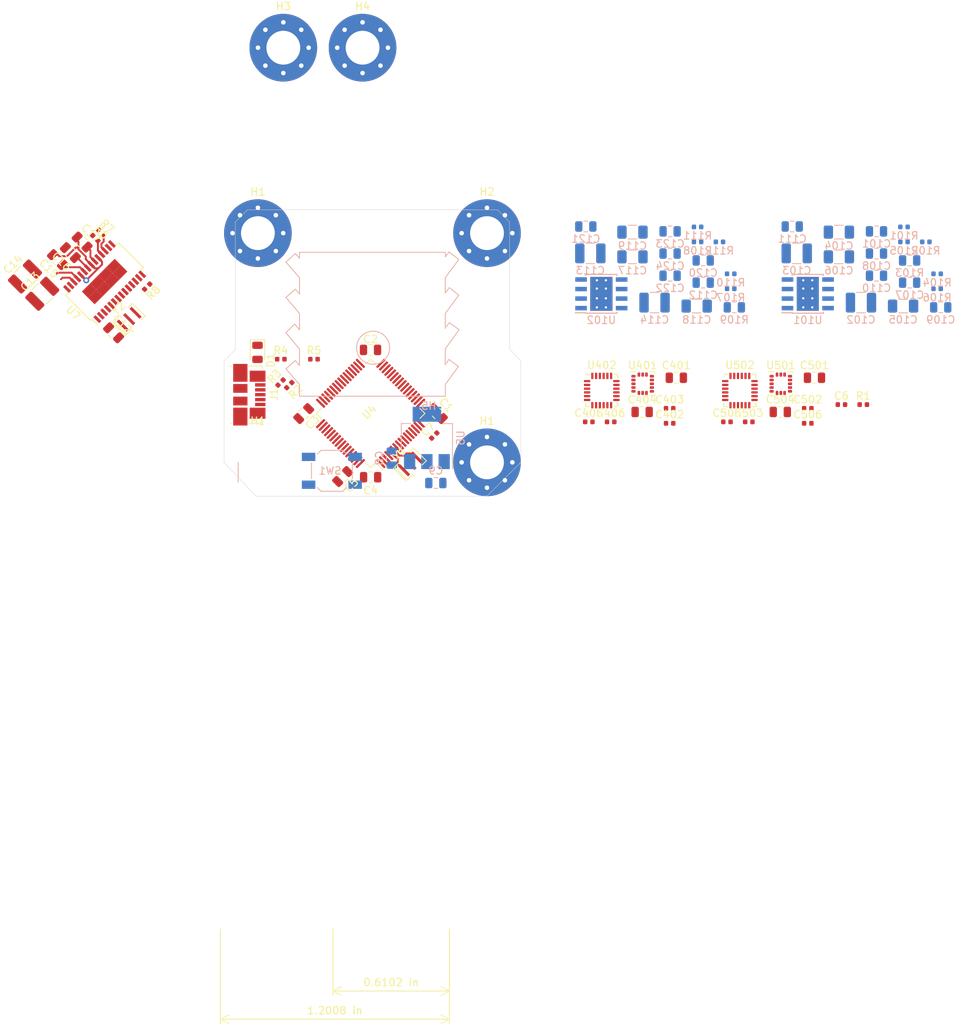
<source format=kicad_pcb>
(kicad_pcb (version 20171130) (host pcbnew "(5.1.5-0-10_14)")
  (layers (0 F.Cu signal) (31 B.Cu signal) (34 B.Paste user) (35 F.Paste user) (36 B.SilkS user) (37 F.SilkS user) (38 B.Mask user) (39 F.Mask user) (44 Edge.Cuts user))
  (net 0 "")
  (net 1 +3V3)
  (net 2 GND)
  (net 3 "Net-(C6-Pad1)")
  (net 4 "Net-(C7-Pad1)")
  (net 5 +5V)
  (net 6 /VID_OUT)
  (net 7 "Net-(C15-Pad1)")
  (net 8 /VID_IN)
  (net 9 "Net-(C16-Pad1)")
  (net 10 "Net-(C17-Pad2)")
  (net 11 /+5V-USB)
  (net 12 /MPU_CS)
  (net 13 "Net-(R2-Pad2)")
  (net 14 /D-)
  (net 15 /D+)
  (net 16 "Net-(R3-Pad2)")
  (net 17 /2.5V-USB)
  (net 18 /HSYNC)
  (net 19 /VSYNC)
  (net 20 /LOS)
  (net 21 /ICM_CS)
  (net 22 /ICM_INT)
  (net 23 /MPU_INT)
  (net 24 /VBAT_uC)
  (net 25 "Net-(U4-Pad2)")
  (net 26 "Net-(U4-Pad3)")
  (net 27 "Net-(U4-Pad4)")
  (net 28 /NRST)
  (net 29 "Net-(U4-Pad8)")
  (net 30 /RSSI)
  (net 31 /Curr)
  (net 32 /S4\TX2)
  (net 33 /S1\RX2)
  (net 34 "Net-(U4-Pad25)")
  (net 35 /RX3)
  (net 36 /OSD_CS)
  (net 37 /OSD_SCK)
  (net 38 /OSD_MISO)
  (net 39 /OSD_MOSI)
  (net 40 /TX6)
  (net 41 /RX6)
  (net 42 /PIN40LOL)
  (net 43 /BUZZ)
  (net 44 /TX1)
  (net 45 /RX1)
  (net 46 "Net-(U4-Pad50)")
  (net 47 /LED1)
  (net 48 /LED2)
  (net 49 "Net-(U4-Pad59)")
  (net 50 /S2)
  (net 51 /S3)
  (net 52 "Net-(U7-Pad1)")
  (net 53 "Net-(U7-Pad2)")
  (net 54 "Net-(U7-Pad5)")
  (net 55 "Net-(U7-Pad6)")
  (net 56 "Net-(U7-Pad7)")
  (net 57 "Net-(U7-Pad13)")
  (net 58 "Net-(U7-Pad14)")
  (net 59 "Net-(U7-Pad15)")
  (net 60 "Net-(U7-Pad16)")
  (net 61 "Net-(U7-Pad27)")
  (net 62 "Net-(U7-Pad28)")
  (net 63 "Net-(J1-Pad4)")
  (net 64 /VOUT)
  (net 65 /SAG)
  (net 66 /BOOT0)
  (net 67 "Net-(U4-Pad5)")
  (net 68 "Net-(U4-Pad6)")
  (net 69 /SWC)
  (net 70 /SWO)
  (net 71 /SPI_1_SCK)
  (net 72 /SPI_1_MOSI)
  (net 73 /SPI_1_MISO)
  (net 74 /SWTRC)
  (net 75 /SPI_3_MISO)
  (net 76 /SPI_3_SCK)
  (net 77 /SPI_3_MOSI)
  (net 78 /SPI_2_MOSI)
  (net 79 /RX5)
  (net 80 /SPI_2_SCK\TX3)
  (net 81 "Net-(U4-Pad27)")
  (net 82 /RX4)
  (net 83 /LED\TX4)
  (net 84 "Net-(C112-Pad1)")
  (net 85 "Net-(C112-Pad2)")
  (net 86 +BATT)
  (net 87 "Net-(C121-Pad2)")
  (net 88 "Net-(C121-Pad1)")
  (net 89 "Net-(C122-Pad1)")
  (net 90 "Net-(C124-Pad1)")
  (net 91 "Net-(R107-Pad2)")
  (net 92 "Net-(R108-Pad2)")
  (net 93 "Net-(C101-Pad2)")
  (net 94 "Net-(C101-Pad1)")
  (net 95 +9V)
  (net 96 "Net-(C108-Pad1)")
  (net 97 "Net-(C108-Pad2)")
  (net 98 "Net-(C109-Pad1)")
  (net 99 "Net-(C111-Pad1)")
  (net 100 "Net-(C404-Pad2)")
  (net 101 "Net-(C405-Pad2)")
  (net 102 "Net-(C406-Pad2)")
  (net 103 "Net-(C504-Pad2)")
  (net 104 "Net-(C505-Pad2)")
  (net 105 "Net-(C506-Pad2)")
  (net 106 "Net-(R101-Pad2)")
  (net 107 "Net-(R102-Pad2)")
  (net 108 "Net-(U401-Pad7)")
  (net 109 /GYRO-1/ICM_INT)
  (net 110 /GYRO-1/ICM_CS)
  (net 111 /GYRO-1/SPI_1_MISO)
  (net 112 /GYRO-1/SPI_1_MOSI)
  (net 113 /GYRO-1/SPI_1_SCK)
  (net 114 /GYRO-1/MPU_INT)
  (net 115 /GYRO-1/MPU_CS)
  (net 116 "Net-(U402-Pad7)")
  (net 117 "Net-(U402-Pad6)")
  (net 118 /GYRO-2/SPI_1_SCK)
  (net 119 /GYRO-2/SPI_1_MOSI)
  (net 120 /GYRO-2/SPI_1_MISO)
  (net 121 /GYRO-2/ICM_CS)
  (net 122 /GYRO-2/ICM_INT)
  (net 123 "Net-(U501-Pad7)")
  (net 124 "Net-(U502-Pad6)")
  (net 125 "Net-(U502-Pad7)")
  (net 126 /GYRO-2/MPU_CS)
  (net 127 /GYRO-2/MPU_INT)
  (module Package_QFP:LQFP-64_10x10mm_P0.5mm (layer F.Cu) (at 65.008548 73.99324 135)
    (fp_text reference U4 (at 0.25 0 225) (layer F.SilkS))
    (fp_text value STM32F722RETx)
    (pad 64 smd roundrect (at -3.75 -5.675 135) (size 0.3 1.55) (layers F.Cu F.Paste F.Mask) (net 1 +3V3))
    (pad 63 smd roundrect (at -3.25 -5.675 135) (size 0.3 1.55) (layers F.Cu F.Paste F.Mask) (net 2 GND))
    (pad 62 smd roundrect (at -2.75 -5.675 135) (size 0.3 1.55) (layers F.Cu F.Paste F.Mask) (net 51 /S3))
    (pad 61 smd roundrect (at -2.25 -5.675 135) (size 0.3 1.55) (layers F.Cu F.Paste F.Mask) (net 50 /S2))
    (pad 60 smd roundrect (at -1.75 -5.675 135) (size 0.3 1.55) (layers F.Cu F.Paste F.Mask) (net 66 /BOOT0))
    (pad 59 smd roundrect (at -1.25 -5.675 135) (size 0.3 1.55) (layers F.Cu F.Paste F.Mask) (net 49 "Net-(U4-Pad59)"))
    (pad 58 smd roundrect (at -0.75 -5.675 135) (size 0.3 1.55) (layers F.Cu F.Paste F.Mask) (net 48 /LED2))
    (pad 57 smd roundrect (at -0.25 -5.675 135) (size 0.3 1.55) (layers F.Cu F.Paste F.Mask) (net 47 /LED1))
    (pad 56 smd roundrect (at 0.25 -5.675 135) (size 0.3 1.55) (layers F.Cu F.Paste F.Mask) (net 21 /ICM_CS))
    (pad 55 smd roundrect (at 0.75 -5.675 135) (size 0.3 1.55) (layers F.Cu F.Paste F.Mask) (net 74 /SWTRC))
    (pad 54 smd roundrect (at 1.25 -5.675 135) (size 0.3 1.55) (layers F.Cu F.Paste F.Mask) (net 79 /RX5))
    (pad 53 smd roundrect (at 1.75 -5.675 135) (size 0.3 1.55) (layers F.Cu F.Paste F.Mask) (net 77 /SPI_3_MOSI))
    (pad 52 smd roundrect (at 2.25 -5.675 135) (size 0.3 1.55) (layers F.Cu F.Paste F.Mask) (net 75 /SPI_3_MISO))
    (pad 51 smd roundrect (at 2.75 -5.675 135) (size 0.3 1.55) (layers F.Cu F.Paste F.Mask) (net 76 /SPI_3_SCK))
    (pad 50 smd roundrect (at 3.25 -5.675 135) (size 0.3 1.55) (layers F.Cu F.Paste F.Mask) (net 46 "Net-(U4-Pad50)"))
    (pad 49 smd roundrect (at 3.75 -5.675 135) (size 0.3 1.55) (layers F.Cu F.Paste F.Mask) (net 70 /SWO))
    (pad 48 smd roundrect (at 5.675 -3.75 135) (size 1.55 0.3) (layers F.Cu F.Paste F.Mask) (net 1 +3V3))
    (pad 47 smd roundrect (at 5.675 -3.25 135) (size 1.55 0.3) (layers F.Cu F.Paste F.Mask) (net 2 GND))
    (pad 46 smd roundrect (at 5.675 -2.75 135) (size 1.55 0.3) (layers F.Cu F.Paste F.Mask) (net 69 /SWC))
    (pad 45 smd roundrect (at 5.675 -2.25 135) (size 1.55 0.3) (layers F.Cu F.Paste F.Mask) (net 16 "Net-(R3-Pad2)"))
    (pad 44 smd roundrect (at 5.675 -1.75 135) (size 1.55 0.3) (layers F.Cu F.Paste F.Mask) (net 13 "Net-(R2-Pad2)"))
    (pad 43 smd roundrect (at 5.675 -1.25 135) (size 1.55 0.3) (layers F.Cu F.Paste F.Mask) (net 45 /RX1))
    (pad 42 smd roundrect (at 5.675 -0.75 135) (size 1.55 0.3) (layers F.Cu F.Paste F.Mask) (net 44 /TX1))
    (pad 41 smd roundrect (at 5.675 -0.25 135) (size 1.55 0.3) (layers F.Cu F.Paste F.Mask) (net 43 /BUZZ))
    (pad 40 smd roundrect (at 5.675 0.25 135) (size 1.55 0.3) (layers F.Cu F.Paste F.Mask) (net 42 /PIN40LOL))
    (pad 39 smd roundrect (at 5.675 0.75 135) (size 1.55 0.3) (layers F.Cu F.Paste F.Mask) (net 41 /RX6))
    (pad 38 smd roundrect (at 5.675 1.25 135) (size 1.55 0.3) (layers F.Cu F.Paste F.Mask) (net 40 /TX6))
    (pad 37 smd roundrect (at 5.675 1.75 135) (size 1.55 0.3) (layers F.Cu F.Paste F.Mask) (net 17 /2.5V-USB))
    (pad 36 smd roundrect (at 5.675 2.25 135) (size 1.55 0.3) (layers F.Cu F.Paste F.Mask) (net 39 /OSD_MOSI))
    (pad 35 smd roundrect (at 5.675 2.75 135) (size 1.55 0.3) (layers F.Cu F.Paste F.Mask) (net 38 /OSD_MISO))
    (pad 34 smd roundrect (at 5.675 3.25 135) (size 1.55 0.3) (layers F.Cu F.Paste F.Mask) (net 37 /OSD_SCK))
    (pad 33 smd roundrect (at 5.675 3.75 135) (size 1.55 0.3) (layers F.Cu F.Paste F.Mask) (net 36 /OSD_CS))
    (pad 32 smd roundrect (at 3.75 5.675 135) (size 0.3 1.55) (layers F.Cu F.Paste F.Mask) (net 1 +3V3))
    (pad 31 smd roundrect (at 3.25 5.675 135) (size 0.3 1.55) (layers F.Cu F.Paste F.Mask) (net 2 GND))
    (pad 30 smd roundrect (at 2.75 5.675 135) (size 0.3 1.55) (layers F.Cu F.Paste F.Mask) (net 3 "Net-(C6-Pad1)"))
    (pad 29 smd roundrect (at 2.25 5.675 135) (size 0.3 1.55) (layers F.Cu F.Paste F.Mask) (net 35 /RX3))
    (pad 28 smd roundrect (at 1.75 5.675 135) (size 0.3 1.55) (layers F.Cu F.Paste F.Mask) (net 80 /SPI_2_SCK\TX3))
    (pad 27 smd roundrect (at 1.25 5.675 135) (size 0.3 1.55) (layers F.Cu F.Paste F.Mask) (net 81 "Net-(U4-Pad27)"))
    (pad 26 smd roundrect (at 0.75 5.675 135) (size 0.3 1.55) (layers F.Cu F.Paste F.Mask) (net 22 /ICM_INT))
    (pad 25 smd roundrect (at 0.25 5.675 135) (size 0.3 1.55) (layers F.Cu F.Paste F.Mask) (net 34 "Net-(U4-Pad25)"))
    (pad 24 smd roundrect (at -0.25 5.675 135) (size 0.3 1.55) (layers F.Cu F.Paste F.Mask) (net 23 /MPU_INT))
    (pad 23 smd roundrect (at -0.75 5.675 135) (size 0.3 1.55) (layers F.Cu F.Paste F.Mask) (net 72 /SPI_1_MOSI))
    (pad 22 smd roundrect (at -1.25 5.675 135) (size 0.3 1.55) (layers F.Cu F.Paste F.Mask) (net 73 /SPI_1_MISO))
    (pad 21 smd roundrect (at -1.75 5.675 135) (size 0.3 1.55) (layers F.Cu F.Paste F.Mask) (net 71 /SPI_1_SCK))
    (pad 20 smd roundrect (at -2.25 5.675 135) (size 0.3 1.55) (layers F.Cu F.Paste F.Mask) (net 12 /MPU_CS))
    (pad 19 smd roundrect (at -2.75 5.675 135) (size 0.3 1.55) (layers F.Cu F.Paste F.Mask) (net 1 +3V3))
    (pad 18 smd roundrect (at -3.25 5.675 135) (size 0.3 1.55) (layers F.Cu F.Paste F.Mask) (net 2 GND))
    (pad 17 smd roundrect (at -3.75 5.675 135) (size 0.3 1.55) (layers F.Cu F.Paste F.Mask) (net 33 /S1\RX2))
    (pad 16 smd roundrect (at -5.675 3.75 135) (size 1.55 0.3) (layers F.Cu F.Paste F.Mask) (net 32 /S4\TX2))
    (pad 15 smd roundrect (at -5.675 3.25 135) (size 1.55 0.3) (layers F.Cu F.Paste F.Mask) (net 82 /RX4))
    (pad 14 smd roundrect (at -5.675 2.75 135) (size 1.55 0.3) (layers F.Cu F.Paste F.Mask) (net 83 /LED\TX4))
    (pad 13 smd roundrect (at -5.675 2.25 135) (size 1.55 0.3) (layers F.Cu F.Paste F.Mask) (net 4 "Net-(C7-Pad1)"))
    (pad 12 smd roundrect (at -5.675 1.75 135) (size 1.55 0.3) (layers F.Cu F.Paste F.Mask) (net 2 GND))
    (pad 11 smd roundrect (at -5.675 1.25 135) (size 1.55 0.3) (layers F.Cu F.Paste F.Mask) (net 31 /Curr))
    (pad 10 smd roundrect (at -5.675 0.75 135) (size 1.55 0.3) (layers F.Cu F.Paste F.Mask) (net 30 /RSSI))
    (pad 9 smd roundrect (at -5.675 0.25 135) (size 1.55 0.3) (layers F.Cu F.Paste F.Mask) (net 78 /SPI_2_MOSI))
    (pad 8 smd roundrect (at -5.675 -0.25 135) (size 1.55 0.3) (layers F.Cu F.Paste F.Mask) (net 29 "Net-(U4-Pad8)"))
    (pad 7 smd roundrect (at -5.675 -0.75 135) (size 1.55 0.3) (layers F.Cu F.Paste F.Mask) (net 28 /NRST))
    (pad 6 smd roundrect (at -5.675 -1.25 135) (size 1.55 0.3) (layers F.Cu F.Paste F.Mask) (net 68 "Net-(U4-Pad6)"))
    (pad 5 smd roundrect (at -5.675 -1.75 135) (size 1.55 0.3) (layers F.Cu F.Paste F.Mask) (net 67 "Net-(U4-Pad5)"))
    (pad 4 smd roundrect (at -5.675 -2.25 135) (size 1.55 0.3) (layers F.Cu F.Paste F.Mask) (net 27 "Net-(U4-Pad4)"))
    (pad 3 smd roundrect (at -5.675 -2.75 135) (size 1.55 0.3) (layers F.Cu F.Paste F.Mask) (net 26 "Net-(U4-Pad3)"))
    (pad 2 smd roundrect (at -5.675 -3.25 135) (size 1.55 0.3) (layers F.Cu F.Paste F.Mask) (net 25 "Net-(U4-Pad2)"))
    (pad 1 smd roundrect (at -5.675 -3.75 135) (size 1.55 0.3) (layers F.Cu F.Paste F.Mask) (net 24 /VBAT_uC))
  )
  (module MountingHole:MountingHole_4.5mm (layer F.Cu) (at 50 80.5)
    (fp_text reference H1 (at 0 -5.5) (layer F.SilkS))
    (fp_text value "PLATED MOUNT")
    (pad 1 np_thru_hole circle (at 0 0) (size 4.5 4.5) (drill 4.5) (layers *.Cu *.Mask) (net 2 GND))
  )
  (module Package_SO:TSSOP-28-1EP_4.4x9.7mm_P0.65mm (layer F.Cu) (at 29.597997 56.443326 135)
    (fp_text reference U7 (at 0 -5.9 135) (layer F.SilkS))
    (fp_text value MAX7456)
    (pad 29 smd rect (at -0.6 -2.31375 135) (size 1.2 1.5425) (layers F.Cu F.Paste F.Mask) (net 2 GND))
    (pad 29 smd rect (at -0.6 -0.77125 135) (size 1.2 1.5425) (layers F.Cu F.Paste F.Mask) (net 2 GND))
    (pad 29 smd rect (at -0.6 0.77125 135) (size 1.2 1.5425) (layers F.Cu F.Paste F.Mask) (net 2 GND))
    (pad 29 smd rect (at -0.6 2.31375 135) (size 1.2 1.5425) (layers F.Cu F.Paste F.Mask) (net 2 GND))
    (pad 29 smd rect (at 0.6 -2.31375 135) (size 1.2 1.5425) (layers F.Cu F.Paste F.Mask) (net 2 GND))
    (pad 29 smd rect (at 0.6 -0.77125 135) (size 1.2 1.5425) (layers F.Cu F.Paste F.Mask) (net 2 GND))
    (pad 29 smd rect (at 0.6 0.77125 135) (size 1.2 1.5425) (layers F.Cu F.Paste F.Mask) (net 2 GND))
    (pad 29 smd rect (at 0.6 2.31375 135) (size 1.2 1.5425) (layers F.Cu F.Paste F.Mask) (net 2 GND))
    (pad 28 smd rect (at 2.85 -4.225 135) (size 1.1 0.4) (layers F.Cu F.Paste F.Mask) (net 62 "Net-(U7-Pad28)"))
    (pad 27 smd rect (at 2.85 -3.575 135) (size 1.1 0.4) (layers F.Cu F.Paste F.Mask) (net 61 "Net-(U7-Pad27)"))
    (pad 26 smd rect (at 2.85 -2.925 135) (size 1.1 0.4) (layers F.Cu F.Paste F.Mask) (net 64 /VOUT))
    (pad 25 smd rect (at 2.85 -2.275 135) (size 1.1 0.4) (layers F.Cu F.Paste F.Mask) (net 65 /SAG))
    (pad 24 smd rect (at 2.85 -1.625 135) (size 1.1 0.4) (layers F.Cu F.Paste F.Mask) (net 5 +5V))
    (pad 23 smd rect (at 2.85 -0.975 135) (size 1.1 0.4) (layers F.Cu F.Paste F.Mask) (net 7 "Net-(C15-Pad1)"))
    (pad 22 smd rect (at 2.85 -0.325 135) (size 1.1 0.4) (layers F.Cu F.Paste F.Mask) (net 9 "Net-(C16-Pad1)"))
    (pad 21 smd rect (at 2.85 0.325 135) (size 1.1 0.4) (layers F.Cu F.Paste F.Mask) (net 5 +5V))
    (pad 20 smd rect (at 2.85 0.975 135) (size 1.1 0.4) (layers F.Cu F.Paste F.Mask) (net 10 "Net-(C17-Pad2)"))
    (pad 19 smd rect (at 2.85 1.625 135) (size 1.1 0.4) (layers F.Cu F.Paste F.Mask) (net 5 +5V))
    (pad 18 smd rect (at 2.85 2.275 135) (size 1.1 0.4) (layers F.Cu F.Paste F.Mask) (net 18 /HSYNC))
    (pad 17 smd rect (at 2.85 2.925 135) (size 1.1 0.4) (layers F.Cu F.Paste F.Mask) (net 19 /VSYNC))
    (pad 16 smd rect (at 2.85 3.575 135) (size 1.1 0.4) (layers F.Cu F.Paste F.Mask) (net 60 "Net-(U7-Pad16)"))
    (pad 15 smd rect (at 2.85 4.225 135) (size 1.1 0.4) (layers F.Cu F.Paste F.Mask) (net 59 "Net-(U7-Pad15)"))
    (pad 14 smd rect (at -2.85 4.225 135) (size 1.1 0.4) (layers F.Cu F.Paste F.Mask) (net 58 "Net-(U7-Pad14)"))
    (pad 13 smd rect (at -2.85 3.575 135) (size 1.1 0.4) (layers F.Cu F.Paste F.Mask) (net 57 "Net-(U7-Pad13)"))
    (pad 12 smd rect (at -2.85 2.925 135) (size 1.1 0.4) (layers F.Cu F.Paste F.Mask) (net 20 /LOS))
    (pad 11 smd rect (at -2.85 2.275 135) (size 1.1 0.4) (layers F.Cu F.Paste F.Mask) (net 38 /OSD_MISO))
    (pad 10 smd rect (at -2.85 1.625 135) (size 1.1 0.4) (layers F.Cu F.Paste F.Mask) (net 37 /OSD_SCK))
    (pad 9 smd rect (at -2.85 0.975 135) (size 1.1 0.4) (layers F.Cu F.Paste F.Mask) (net 39 /OSD_MOSI))
    (pad 8 smd rect (at -2.85 0.325 135) (size 1.1 0.4) (layers F.Cu F.Paste F.Mask) (net 36 /OSD_CS))
    (pad 7 smd rect (at -2.85 -0.325 135) (size 1.1 0.4) (layers F.Cu F.Paste F.Mask) (net 56 "Net-(U7-Pad7)"))
    (pad 6 smd rect (at -2.85 -0.975 135) (size 1.1 0.4) (layers F.Cu F.Paste F.Mask) (net 55 "Net-(U7-Pad6)"))
    (pad 5 smd rect (at -2.85 -1.625 135) (size 1.1 0.4) (layers F.Cu F.Paste F.Mask) (net 54 "Net-(U7-Pad5)"))
    (pad 4 smd rect (at -2.85 -2.275 135) (size 1.1 0.4) (layers F.Cu F.Paste F.Mask) (net 2 GND))
    (pad 3 smd rect (at -2.85 -2.925 135) (size 1.1 0.4) (layers F.Cu F.Paste F.Mask) (net 5 +5V))
    (pad 2 smd rect (at -2.85 -3.575 135) (size 1.1 0.4) (layers F.Cu F.Paste F.Mask) (net 53 "Net-(U7-Pad2)"))
    (pad 1 smd rect (at -2.85 -4.225 135) (size 1.1 0.4) (layers F.Cu F.Paste F.Mask) (net 52 "Net-(U7-Pad1)"))
  )
  (module Crystal:Resonator_SMD_muRata_CSTxExxV-3Pin_3.0x1.1mm (layer F.Cu) (at 70.311849 80.710754 45)
    (fp_text reference Y1 (at 0 -2 45) (layer F.SilkS))
    (fp_text value 16Mhz)
    (pad 1 smd rect (at -1.2 0 45) (size 0.4 1.9) (layers F.Cu F.Paste F.Mask) (net 67 "Net-(U4-Pad5)"))
    (pad 2 smd rect (at 0 0 45) (size 0.4 1.9) (layers F.Cu F.Paste F.Mask) (net 2 GND))
    (pad 3 smd rect (at 1.2 0 45) (size 0.4 1.9) (layers F.Cu F.Paste F.Mask) (net 68 "Net-(U4-Pad6)"))
  )
  (module Capacitor_SMD:C_0805_2012Metric (layer F.Cu) (at 73.89429 74.009695 315)
    (fp_text reference C1 (at 0 -1.65 135) (layer F.SilkS))
    (fp_text value 10uF)
    (pad 2 smd roundrect (at 0.9375 0 315) (size 0.975 1.4) (layers F.Cu F.Paste F.Mask) (net 2 GND))
    (pad 1 smd roundrect (at -0.9375 0 315) (size 0.975 1.4) (layers F.Cu F.Paste F.Mask) (net 1 +3V3))
  )
  (module Capacitor_SMD:C_0805_2012Metric (layer F.Cu) (at 64.99429 65.534695 180)
    (fp_text reference C2 (at 0 1.414214) (layer F.SilkS))
    (fp_text value 100nF)
    (pad 1 smd roundrect (at -0.9375 0 180) (size 0.975 1.4) (layers F.Cu F.Paste F.Mask) (net 1 +3V3))
    (pad 2 smd roundrect (at 0.9375 0 180) (size 0.975 1.4) (layers F.Cu F.Paste F.Mask) (net 2 GND))
  )
  (module Capacitor_SMD:C_0805_2012Metric (layer F.Cu) (at 56.09429 74.009695 225)
    (fp_text reference C3 (at 0 -1.65 45) (layer F.SilkS))
    (fp_text value 100nF)
    (pad 1 smd roundrect (at -0.9375 0 225) (size 0.975 1.4) (layers F.Cu F.Paste F.Mask) (net 1 +3V3))
    (pad 2 smd roundrect (at 0.9375 0 225) (size 0.975 1.4) (layers F.Cu F.Paste F.Mask) (net 2 GND))
  )
  (module Capacitor_SMD:C_0805_2012Metric (layer F.Cu) (at 65.008548 82.478521)
    (fp_text reference C4 (at 0 1.767767) (layer F.SilkS))
    (fp_text value 100nF)
    (pad 2 smd roundrect (at 0.9375 0) (size 0.975 1.4) (layers F.Cu F.Paste F.Mask) (net 2 GND))
    (pad 1 smd roundrect (at -0.9375 0) (size 0.975 1.4) (layers F.Cu F.Paste F.Mask) (net 1 +3V3))
  )
  (module Capacitor_SMD:C_0805_2012Metric (layer F.Cu) (at 61.282913 82.387087 225)
    (fp_text reference C5 (at 0 -1.65 45) (layer F.SilkS))
    (fp_text value 100nF)
    (pad 1 smd roundrect (at -0.9375 0 225) (size 0.975 1.4) (layers F.Cu F.Paste F.Mask) (net 1 +3V3))
    (pad 2 smd roundrect (at 0.9375 0 225) (size 0.975 1.4) (layers F.Cu F.Paste F.Mask) (net 2 GND))
  )
  (module Capacitor_SMD:C_0402_1005Metric (layer F.Cu) (at 73.479689 76.935652 45)
    (fp_text reference C7 (at 0 -1.17 45) (layer F.SilkS))
    (fp_text value 4.7uF)
    (pad 2 smd roundrect (at 0.485 0 45) (size 0.59 0.64) (layers F.Cu F.Paste F.Mask) (net 2 GND))
    (pad 1 smd roundrect (at -0.485 0 45) (size 0.59 0.64) (layers F.Cu F.Paste F.Mask) (net 4 "Net-(C7-Pad1)"))
  )
  (module Capacitor_SMD:C_0805_2012Metric (layer B.Cu) (at 67.825 79.9375 270)
    (fp_text reference C8 (at 0 1.65 90) (layer B.SilkS) (effects (justify mirror)))
    (fp_text value 10uF)
    (pad 1 smd roundrect (at -0.9375 0 270) (size 0.975 1.4) (layers B.Cu B.Paste B.Mask) (net 2 GND))
    (pad 2 smd roundrect (at 0.9375 0 270) (size 0.975 1.4) (layers B.Cu B.Paste B.Mask) (net 5 +5V))
  )
  (module Capacitor_SMD:C_0805_2012Metric (layer B.Cu) (at 73.6875 83.25 180)
    (fp_text reference C9 (at 0 1.65) (layer B.SilkS) (effects (justify mirror)))
    (fp_text value 10uF)
    (pad 1 smd roundrect (at -0.9375 0 180) (size 0.975 1.4) (layers B.Cu B.Paste B.Mask) (net 2 GND))
    (pad 2 smd roundrect (at 0.9375 0 180) (size 0.975 1.4) (layers B.Cu B.Paste B.Mask) (net 1 +3V3))
  )
  (module Capacitor_SMD:C_0805_2012Metric (layer F.Cu) (at 30.788588 63.26072 315)
    (fp_text reference C12 (at 0 -1.65 135) (layer F.SilkS))
    (fp_text value 100nF)
    (pad 1 smd roundrect (at -0.9375 0 315) (size 0.975 1.4) (layers F.Cu F.Paste F.Mask) (net 5 +5V))
    (pad 2 smd roundrect (at 0.9375 0 315) (size 0.975 1.4) (layers F.Cu F.Paste F.Mask) (net 2 GND))
  )
  (module Capacitor_SMD:C_0805_2012Metric (layer F.Cu) (at 23.319773 53.529162 135)
    (fp_text reference C15 (at 0 -1.65 135) (layer F.SilkS))
    (fp_text value 100nF)
    (pad 2 smd roundrect (at 0.9375 0 135) (size 0.975 1.4) (layers F.Cu F.Paste F.Mask) (net 5 +5V))
    (pad 1 smd roundrect (at -0.9375 0 135) (size 0.975 1.4) (layers F.Cu F.Paste F.Mask) (net 7 "Net-(C15-Pad1)"))
  )
  (module Capacitor_SMD:C_0805_2012Metric (layer F.Cu) (at 25.034506 52.592246 135)
    (fp_text reference C16 (at 0 -1.65 135) (layer F.SilkS))
    (fp_text value 100nF)
    (pad 1 smd roundrect (at -0.9375 0 135) (size 0.975 1.4) (layers F.Cu F.Paste F.Mask) (net 9 "Net-(C16-Pad1)"))
    (pad 2 smd roundrect (at 0.9375 0 135) (size 0.975 1.4) (layers F.Cu F.Paste F.Mask) (net 8 /VID_IN))
  )
  (module Capacitor_SMD:C_0805_2012Metric (layer F.Cu) (at 26.59898 51.186871 315)
    (fp_text reference C17 (at 0 -1.65 135) (layer F.SilkS))
    (fp_text value 100nF)
    (pad 1 smd roundrect (at -0.9375 0 315) (size 0.975 1.4) (layers F.Cu F.Paste F.Mask) (net 5 +5V))
    (pad 2 smd roundrect (at 0.9375 0 315) (size 0.975 1.4) (layers F.Cu F.Paste F.Mask) (net 10 "Net-(C17-Pad2)"))
  )
  (module Diode_SMD:D_0805_2012Metric (layer F.Cu) (at 49.95 65.86 270)
    (fp_text reference D1 (at 1.0625 -1.75 90) (layer F.SilkS))
    (fp_text value D)
    (pad 1 smd roundrect (at -0.9375 0 270) (size 0.975 1.4) (layers F.Cu F.Paste F.Mask) (net 5 +5V))
    (pad 2 smd roundrect (at 0.9375 0 270) (size 0.975 1.4) (layers F.Cu F.Paste F.Mask) (net 11 /+5V-USB))
  )
  (module Heatsink:Heatsink_Aavid-TV5G_TO220_Horizontal (layer B.Cu) (at 65.25 65.25)
    (fp_text reference H5 (at 7.5 7.75) (layer B.SilkS) (effects (justify mirror)))
    (fp_text value HEATSINK)
  )
  (module Resistor_SMD:R_0402_1005Metric (layer F.Cu) (at 54.177053 70.222947 45)
    (fp_text reference R2 (at -0.04533 1.237437 45) (layer F.SilkS))
    (fp_text value 22R)
    (pad 2 smd roundrect (at 0.485 0 45) (size 0.59 0.64) (layers F.Cu F.Paste F.Mask) (net 13 "Net-(R2-Pad2)"))
    (pad 1 smd roundrect (at -0.485 0 45) (size 0.59 0.64) (layers F.Cu F.Paste F.Mask) (net 14 /D-))
  )
  (module Resistor_SMD:R_0402_1005Metric (layer F.Cu) (at 53.02 69.88 45)
    (fp_text reference R3 (at 0 -1.17 45) (layer F.SilkS))
    (fp_text value 22R)
    (pad 1 smd roundrect (at -0.485 0 45) (size 0.59 0.64) (layers F.Cu F.Paste F.Mask) (net 15 /D+))
    (pad 2 smd roundrect (at 0.485 0 45) (size 0.59 0.64) (layers F.Cu F.Paste F.Mask) (net 16 "Net-(R3-Pad2)"))
  )
  (module Button_Switch_SMD:SW_SPST_SKQG_WithoutStem (layer B.Cu) (at 59.85 81.625 180)
    (fp_text reference SW1 (at 0.25 0) (layer B.SilkS) (effects (justify mirror)))
    (fp_text value SW_DPST)
    (pad 1 smd rect (at -3.1 1.85 180) (size 1.8 1.1) (layers B.Cu B.Paste B.Mask) (net 1 +3V3))
    (pad 1 smd rect (at 3.1 1.85 180) (size 1.8 1.1) (layers B.Cu B.Paste B.Mask) (net 1 +3V3))
    (pad 2 smd rect (at -3.1 -1.85 180) (size 1.8 1.1) (layers B.Cu B.Paste B.Mask) (net 66 /BOOT0))
    (pad 2 smd rect (at 3.1 -1.85 180) (size 1.8 1.1) (layers B.Cu B.Paste B.Mask) (net 66 /BOOT0))
  )
  (module Package_TO_SOT_SMD:SOT-223-3_TabPin2 (layer B.Cu) (at 72.5 77.25 90)
    (fp_text reference U5 (at 0 4.5 90) (layer B.SilkS) (effects (justify mirror)))
    (fp_text value AMS1117-3.3)
    (pad 2 smd rect (at 3.15 0 90) (size 2 3.8) (layers B.Cu B.Paste B.Mask) (net 1 +3V3))
    (pad 2 smd rect (at -3.15 0 90) (size 2 1.5) (layers B.Cu B.Paste B.Mask) (net 1 +3V3))
    (pad 3 smd rect (at -3.15 -2.3 90) (size 2 1.5) (layers B.Cu B.Paste B.Mask) (net 5 +5V))
    (pad 1 smd rect (at -3.15 2.3 90) (size 2 1.5) (layers B.Cu B.Paste B.Mask) (net 2 GND))
  )
  (module Crystal:Resonator_SMD_muRata_CSTxExxV-3Pin_3.0x1.1mm (layer F.Cu) (at 32.865714 61.448758 45)
    (fp_text reference Y2 (at 0 -2 45) (layer F.SilkS))
    (fp_text value 27Mhz_GND24)
    (pad 3 smd rect (at 1.2 0 45) (size 0.4 1.9) (layers F.Cu F.Paste F.Mask) (net 55 "Net-(U7-Pad6)"))
    (pad 2 smd rect (at 0 0 45) (size 0.4 1.9) (layers F.Cu F.Paste F.Mask) (net 2 GND))
    (pad 1 smd rect (at -1.2 0 45) (size 0.4 1.9) (layers F.Cu F.Paste F.Mask) (net 54 "Net-(U7-Pad5)"))
  )
  (module Connector_USB:USB_Micro-B_Molex_47346-0001 (layer F.Cu) (at 48.86 71.5 270)
    (fp_text reference J1 (at 0 -3.3 270) (layer F.SilkS))
    (fp_text value USB_B_Micro)
    (pad 1 smd rect (at -1.3 -1.46 270) (size 0.45 1.38) (layers F.Cu F.Paste F.Mask) (net 11 /+5V-USB))
    (pad 2 smd rect (at -0.65 -1.46 270) (size 0.45 1.38) (layers F.Cu F.Paste F.Mask) (net 15 /D+))
    (pad 3 smd rect (at 0 -1.46 270) (size 0.45 1.38) (layers F.Cu F.Paste F.Mask) (net 14 /D-))
    (pad 4 smd rect (at 0.65 -1.46 270) (size 0.45 1.38) (layers F.Cu F.Paste F.Mask) (net 63 "Net-(J1-Pad4)"))
    (pad 5 smd rect (at 1.3 -1.46 270) (size 0.45 1.38) (layers F.Cu F.Paste F.Mask) (net 2 GND))
    (pad 6 smd rect (at -2.4625 -1.1 270) (size 1.475 2.1) (layers F.Cu F.Paste F.Mask) (net 2 GND))
    (pad 6 smd rect (at 2.4625 -1.1 270) (size 1.475 2.1) (layers F.Cu F.Paste F.Mask) (net 2 GND))
    (pad 6 smd rect (at -2.91 1.2 270) (size 2.375 1.9) (layers F.Cu F.Paste F.Mask) (net 2 GND))
    (pad 6 smd rect (at 2.91 1.2 270) (size 2.375 1.9) (layers F.Cu F.Paste F.Mask) (net 2 GND))
    (pad 6 smd rect (at -0.84 1.2 270) (size 1.175 1.9) (layers F.Cu F.Paste F.Mask) (net 2 GND))
    (pad 6 smd rect (at 0.84 1.2 270) (size 1.175 1.9) (layers F.Cu F.Paste F.Mask) (net 2 GND))
  )
  (module MountingHole:MountingHole_4.5mm_Pad_Via (layer F.Cu) (at 53.385001 25.325001)
    (fp_text reference H3 (at 0 -5.5) (layer F.SilkS))
    (fp_text value "PLATED MOUNT")
    (pad 1 thru_hole circle (at 0 0) (size 9 9) (drill 4.5) (layers *.Cu *.Mask) (net 2 GND))
    (pad 1 thru_hole circle (at 3.375 0) (size 0.9 0.9) (drill 0.6) (layers *.Cu *.Mask) (net 2 GND))
    (pad 1 thru_hole circle (at 2.386485 2.386485) (size 0.9 0.9) (drill 0.6) (layers *.Cu *.Mask) (net 2 GND))
    (pad 1 thru_hole circle (at 0 3.375) (size 0.9 0.9) (drill 0.6) (layers *.Cu *.Mask) (net 2 GND))
    (pad 1 thru_hole circle (at -2.386485 2.386485) (size 0.9 0.9) (drill 0.6) (layers *.Cu *.Mask) (net 2 GND))
    (pad 1 thru_hole circle (at -3.375 0) (size 0.9 0.9) (drill 0.6) (layers *.Cu *.Mask) (net 2 GND))
    (pad 1 thru_hole circle (at -2.386485 -2.386485) (size 0.9 0.9) (drill 0.6) (layers *.Cu *.Mask) (net 2 GND))
    (pad 1 thru_hole circle (at 0 -3.375) (size 0.9 0.9) (drill 0.6) (layers *.Cu *.Mask) (net 2 GND))
    (pad 1 thru_hole circle (at 2.386485 -2.386485) (size 0.9 0.9) (drill 0.6) (layers *.Cu *.Mask) (net 2 GND))
  )
  (module MountingHole:MountingHole_4.5mm_Pad_Via (layer F.Cu) (at 63.935001 25.325001)
    (fp_text reference H4 (at 0 -5.5) (layer F.SilkS))
    (fp_text value "PLATED MOUNT")
    (pad 1 thru_hole circle (at 2.386485 -2.386485) (size 0.9 0.9) (drill 0.6) (layers *.Cu *.Mask) (net 2 GND))
    (pad 1 thru_hole circle (at 0 -3.375) (size 0.9 0.9) (drill 0.6) (layers *.Cu *.Mask) (net 2 GND))
    (pad 1 thru_hole circle (at -2.386485 -2.386485) (size 0.9 0.9) (drill 0.6) (layers *.Cu *.Mask) (net 2 GND))
    (pad 1 thru_hole circle (at -3.375 0) (size 0.9 0.9) (drill 0.6) (layers *.Cu *.Mask) (net 2 GND))
    (pad 1 thru_hole circle (at -2.386485 2.386485) (size 0.9 0.9) (drill 0.6) (layers *.Cu *.Mask) (net 2 GND))
    (pad 1 thru_hole circle (at 0 3.375) (size 0.9 0.9) (drill 0.6) (layers *.Cu *.Mask) (net 2 GND))
    (pad 1 thru_hole circle (at 2.386485 2.386485) (size 0.9 0.9) (drill 0.6) (layers *.Cu *.Mask) (net 2 GND))
    (pad 1 thru_hole circle (at 3.375 0) (size 0.9 0.9) (drill 0.6) (layers *.Cu *.Mask) (net 2 GND))
    (pad 1 thru_hole circle (at 0 0) (size 9 9) (drill 4.5) (layers *.Cu *.Mask) (net 2 GND))
  )
  (module MountingHole:MountingHole_4.5mm_Pad_Via (layer F.Cu) (at 80.5 80.5)
    (fp_text reference H1 (at 0 -5.5) (layer F.SilkS))
    (fp_text value "PLATED MOUNT")
    (pad 1 thru_hole circle (at 0 0) (size 9 9) (drill 4.5) (layers *.Cu *.Mask) (net 2 GND))
    (pad 1 thru_hole circle (at 3.375 0) (size 0.9 0.9) (drill 0.6) (layers *.Cu *.Mask) (net 2 GND))
    (pad 1 thru_hole circle (at 2.386485 2.386485) (size 0.9 0.9) (drill 0.6) (layers *.Cu *.Mask) (net 2 GND))
    (pad 1 thru_hole circle (at 0 3.375) (size 0.9 0.9) (drill 0.6) (layers *.Cu *.Mask) (net 2 GND))
    (pad 1 thru_hole circle (at -2.386485 2.386485) (size 0.9 0.9) (drill 0.6) (layers *.Cu *.Mask) (net 2 GND))
    (pad 1 thru_hole circle (at -3.375 0) (size 0.9 0.9) (drill 0.6) (layers *.Cu *.Mask) (net 2 GND))
    (pad 1 thru_hole circle (at -2.386485 -2.386485) (size 0.9 0.9) (drill 0.6) (layers *.Cu *.Mask) (net 2 GND))
    (pad 1 thru_hole circle (at 0 -3.375) (size 0.9 0.9) (drill 0.6) (layers *.Cu *.Mask) (net 2 GND))
    (pad 1 thru_hole circle (at 2.386485 -2.386485) (size 0.9 0.9) (drill 0.6) (layers *.Cu *.Mask) (net 2 GND))
  )
  (module MountingHole:MountingHole_4.5mm_Pad_Via (layer F.Cu) (at 80.5 50)
    (fp_text reference H2 (at 0 -5.5) (layer F.SilkS))
    (fp_text value "PLATED MOUNT")
    (pad 1 thru_hole circle (at 2.386485 -2.386485) (size 0.9 0.9) (drill 0.6) (layers *.Cu *.Mask) (net 2 GND))
    (pad 1 thru_hole circle (at 0 -3.375) (size 0.9 0.9) (drill 0.6) (layers *.Cu *.Mask) (net 2 GND))
    (pad 1 thru_hole circle (at -2.386485 -2.386485) (size 0.9 0.9) (drill 0.6) (layers *.Cu *.Mask) (net 2 GND))
    (pad 1 thru_hole circle (at -3.375 0) (size 0.9 0.9) (drill 0.6) (layers *.Cu *.Mask) (net 2 GND))
    (pad 1 thru_hole circle (at -2.386485 2.386485) (size 0.9 0.9) (drill 0.6) (layers *.Cu *.Mask) (net 2 GND))
    (pad 1 thru_hole circle (at 0 3.375) (size 0.9 0.9) (drill 0.6) (layers *.Cu *.Mask) (net 2 GND))
    (pad 1 thru_hole circle (at 2.386485 2.386485) (size 0.9 0.9) (drill 0.6) (layers *.Cu *.Mask) (net 2 GND))
    (pad 1 thru_hole circle (at 3.375 0) (size 0.9 0.9) (drill 0.6) (layers *.Cu *.Mask) (net 2 GND))
    (pad 1 thru_hole circle (at 0 0) (size 9 9) (drill 4.5) (layers *.Cu *.Mask) (net 2 GND))
  )
  (module Resistor_SMD:R_0402_1005Metric (layer F.Cu) (at 53.055001 66.775001)
    (fp_text reference R4 (at 0 -1.17) (layer F.SilkS))
    (fp_text value 10k)
    (pad 2 smd roundrect (at 0.485 0) (size 0.59 0.64) (layers F.Cu F.Paste F.Mask) (net 11 /+5V-USB))
    (pad 1 smd roundrect (at -0.485 0) (size 0.59 0.64) (layers F.Cu F.Paste F.Mask) (net 17 /2.5V-USB))
  )
  (module Resistor_SMD:R_0402_1005Metric (layer F.Cu) (at 57.465001 66.775001)
    (fp_text reference R5 (at 0 -1.17) (layer F.SilkS))
    (fp_text value 10k)
    (pad 1 smd roundrect (at -0.485 0) (size 0.59 0.64) (layers F.Cu F.Paste F.Mask) (net 17 /2.5V-USB))
    (pad 2 smd roundrect (at 0.485 0) (size 0.59 0.64) (layers F.Cu F.Paste F.Mask) (net 2 GND))
  )
  (module Resistor_SMD:R_0402_1005Metric (layer F.Cu) (at 28.360976 50.668453 315)
    (fp_text reference R6 (at 0 -1.17 135) (layer F.SilkS))
    (fp_text value 1K)
    (pad 1 smd roundrect (at -0.485 0 315) (size 0.59 0.64) (layers F.Cu F.Paste F.Mask) (net 5 +5V))
    (pad 2 smd roundrect (at 0.485 0 315) (size 0.59 0.64) (layers F.Cu F.Paste F.Mask) (net 18 /HSYNC))
  )
  (module Resistor_SMD:R_0402_1005Metric (layer F.Cu) (at 29.12242 49.907012 315)
    (fp_text reference R7 (at 0 -1.17 135) (layer F.SilkS))
    (fp_text value 1K)
    (pad 2 smd roundrect (at 0.485 0 315) (size 0.59 0.64) (layers F.Cu F.Paste F.Mask) (net 19 /VSYNC))
    (pad 1 smd roundrect (at -0.485 0 315) (size 0.59 0.64) (layers F.Cu F.Paste F.Mask) (net 5 +5V))
  )
  (module Resistor_SMD:R_0402_1005Metric (layer F.Cu) (at 35.262338 57.124338 225)
    (fp_text reference R8 (at 0 -1.17 45) (layer F.SilkS))
    (fp_text value 1K)
    (pad 2 smd roundrect (at 0.485 0 225) (size 0.59 0.64) (layers F.Cu F.Paste F.Mask) (net 20 /LOS))
    (pad 1 smd roundrect (at -0.485 0 225) (size 0.59 0.64) (layers F.Cu F.Paste F.Mask) (net 5 +5V))
  )
  (module Capacitor_SMD:C_1210_3225Metric (layer F.Cu) (at 21.293444 58.068325 45)
    (fp_text reference C13 (at 0 -2.28 45) (layer F.SilkS))
    (fp_text value 47uF)
    (pad 1 smd roundrect (at -1.4 0 45) (size 1.25 2.65) (layers F.Cu F.Paste F.Mask) (roundrect_rratio 0.2) (net 6 /VID_OUT))
    (pad 2 smd roundrect (at 1.4 0 45) (size 1.25 2.65) (layers F.Cu F.Paste F.Mask) (roundrect_rratio 0.2) (net 64 /VOUT))
  )
  (module Capacitor_SMD:C_1210_3225Metric (layer F.Cu) (at 18.995346 55.770228 45)
    (fp_text reference C14 (at 0 -2.28 45) (layer F.SilkS))
    (fp_text value 47uF)
    (pad 2 smd roundrect (at 1.4 0 45) (size 1.25 2.65) (layers F.Cu F.Paste F.Mask) (roundrect_rratio 0.2) (net 65 /SAG))
    (pad 1 smd roundrect (at -1.4 0 45) (size 1.25 2.65) (layers F.Cu F.Paste F.Mask) (roundrect_rratio 0.2) (net 6 /VID_OUT))
  )
  (module MountingHole:MountingHole_4.5mm_Pad_Via (layer F.Cu) (at 50 50)
    (fp_text reference H1 (at 0 -5.5) (layer F.SilkS))
    (fp_text value "PLATED MOUNT")
    (pad 1 thru_hole circle (at 0 0) (size 9 9) (drill 4.5) (layers *.Cu *.Mask) (net 2 GND))
    (pad 1 thru_hole circle (at 3.375 0) (size 0.9 0.9) (drill 0.6) (layers *.Cu *.Mask) (net 2 GND))
    (pad 1 thru_hole circle (at 2.386485 2.386485) (size 0.9 0.9) (drill 0.6) (layers *.Cu *.Mask) (net 2 GND))
    (pad 1 thru_hole circle (at 0 3.375) (size 0.9 0.9) (drill 0.6) (layers *.Cu *.Mask) (net 2 GND))
    (pad 1 thru_hole circle (at -2.386485 2.386485) (size 0.9 0.9) (drill 0.6) (layers *.Cu *.Mask) (net 2 GND))
    (pad 1 thru_hole circle (at -3.375 0) (size 0.9 0.9) (drill 0.6) (layers *.Cu *.Mask) (net 2 GND))
    (pad 1 thru_hole circle (at -2.386485 -2.386485) (size 0.9 0.9) (drill 0.6) (layers *.Cu *.Mask) (net 2 GND))
    (pad 1 thru_hole circle (at 0 -3.375) (size 0.9 0.9) (drill 0.6) (layers *.Cu *.Mask) (net 2 GND))
    (pad 1 thru_hole circle (at 2.386485 -2.386485) (size 0.9 0.9) (drill 0.6) (layers *.Cu *.Mask) (net 2 GND))
  )
  (module Capacitor_SMD:C_0402_1005Metric (layer F.Cu) (at 127.685001 72.815001)
    (fp_text reference C6 (at 0 -1.17) (layer F.SilkS))
    (fp_text value 4.7uF)
    (pad 1 smd roundrect (at -0.485 0) (size 0.59 0.64) (layers F.Cu F.Paste F.Mask) (net 3 "Net-(C6-Pad1)"))
    (pad 2 smd roundrect (at 0.485 0) (size 0.59 0.64) (layers F.Cu F.Paste F.Mask) (net 2 GND))
  )
  (module Capacitor_SMD:C_0805_2012Metric (layer B.Cu) (at 132.355001 49.764999)
    (fp_text reference C101 (at 0 1.65) (layer B.SilkS) (effects (justify mirror)))
    (fp_text value 0.1uF)
    (pad 2 smd roundrect (at 0.9375 0) (size 0.975 1.4) (layers B.Cu B.Paste B.Mask) (net 93 "Net-(C101-Pad2)"))
    (pad 1 smd roundrect (at -0.9375 0) (size 0.975 1.4) (layers B.Cu B.Paste B.Mask) (net 94 "Net-(C101-Pad1)"))
  )
  (module Capacitor_SMD:C_1210_3225Metric (layer B.Cu) (at 130.285001 59.244999)
    (fp_text reference C102 (at 0 2.28) (layer B.SilkS) (effects (justify mirror)))
    (fp_text value 47uF)
    (pad 2 smd roundrect (at 1.4 0) (size 1.25 2.65) (layers B.Cu B.Paste B.Mask) (roundrect_rratio 0.2) (net 2 GND))
    (pad 1 smd roundrect (at -1.4 0) (size 1.25 2.65) (layers B.Cu B.Paste B.Mask) (roundrect_rratio 0.2) (net 95 +9V))
  )
  (module Capacitor_SMD:C_1210_3225Metric (layer B.Cu) (at 121.735001 52.694999)
    (fp_text reference C103 (at 0 2.28) (layer B.SilkS) (effects (justify mirror)))
    (fp_text value 47uF)
    (pad 1 smd roundrect (at -1.4 0) (size 1.25 2.65) (layers B.Cu B.Paste B.Mask) (roundrect_rratio 0.2) (net 95 +9V))
    (pad 2 smd roundrect (at 1.4 0) (size 1.25 2.65) (layers B.Cu B.Paste B.Mask) (roundrect_rratio 0.2) (net 2 GND))
  )
  (module Capacitor_SMD:C_1206_3216Metric (layer B.Cu) (at 127.345001 49.864999)
    (fp_text reference C104 (at 0 1.82) (layer B.SilkS) (effects (justify mirror)))
    (fp_text value 10uF)
    (pad 1 smd roundrect (at -1.4 0) (size 1.25 1.75) (layers B.Cu B.Paste B.Mask) (roundrect_rratio 0.2) (net 86 +BATT))
    (pad 2 smd roundrect (at 1.4 0) (size 1.25 1.75) (layers B.Cu B.Paste B.Mask) (roundrect_rratio 0.2) (net 2 GND))
  )
  (module Capacitor_SMD:C_1206_3216Metric (layer B.Cu) (at 135.895001 59.704999)
    (fp_text reference C105 (at 0 1.82) (layer B.SilkS) (effects (justify mirror)))
    (fp_text value 10uF)
    (pad 2 smd roundrect (at 1.4 0) (size 1.25 1.75) (layers B.Cu B.Paste B.Mask) (roundrect_rratio 0.2) (net 2 GND))
    (pad 1 smd roundrect (at -1.4 0) (size 1.25 1.75) (layers B.Cu B.Paste B.Mask) (roundrect_rratio 0.2) (net 86 +BATT))
  )
  (module Capacitor_SMD:C_1206_3216Metric (layer B.Cu) (at 127.345001 53.154999)
    (fp_text reference C106 (at 0 1.82) (layer B.SilkS) (effects (justify mirror)))
    (fp_text value 10uF)
    (pad 1 smd roundrect (at -1.4 0) (size 1.25 1.75) (layers B.Cu B.Paste B.Mask) (roundrect_rratio 0.2) (net 86 +BATT))
    (pad 2 smd roundrect (at 1.4 0) (size 1.25 1.75) (layers B.Cu B.Paste B.Mask) (roundrect_rratio 0.2) (net 2 GND))
  )
  (module Capacitor_SMD:C_0805_2012Metric (layer B.Cu) (at 136.765001 56.584999)
    (fp_text reference C107 (at 0 1.65) (layer B.SilkS) (effects (justify mirror)))
    (fp_text value 0.1uF)
    (pad 2 smd roundrect (at 0.9375 0) (size 0.975 1.4) (layers B.Cu B.Paste B.Mask) (net 2 GND))
    (pad 1 smd roundrect (at -0.9375 0) (size 0.975 1.4) (layers B.Cu B.Paste B.Mask) (net 86 +BATT))
  )
  (module Capacitor_SMD:C_0805_2012Metric (layer B.Cu) (at 132.355001 52.714999)
    (fp_text reference C108 (at 0 1.65) (layer B.SilkS) (effects (justify mirror)))
    (fp_text value 2200pF)
    (pad 1 smd roundrect (at -0.9375 0) (size 0.975 1.4) (layers B.Cu B.Paste B.Mask) (net 96 "Net-(C108-Pad1)"))
    (pad 2 smd roundrect (at 0.9375 0) (size 0.975 1.4) (layers B.Cu B.Paste B.Mask) (net 97 "Net-(C108-Pad2)"))
  )
  (module Capacitor_SMD:C_0805_2012Metric (layer B.Cu) (at 140.905001 59.874999)
    (fp_text reference C109 (at 0 1.65) (layer B.SilkS) (effects (justify mirror)))
    (fp_text value 22000pF)
    (pad 1 smd roundrect (at -0.9375 0) (size 0.975 1.4) (layers B.Cu B.Paste B.Mask) (net 98 "Net-(C109-Pad1)"))
    (pad 2 smd roundrect (at 0.9375 0) (size 0.975 1.4) (layers B.Cu B.Paste B.Mask) (net 2 GND))
  )
  (module Capacitor_SMD:C_0805_2012Metric (layer B.Cu) (at 132.355001 55.664999)
    (fp_text reference C110 (at 0 1.65) (layer B.SilkS) (effects (justify mirror)))
    (fp_text value 22pF)
    (pad 2 smd roundrect (at 0.9375 0) (size 0.975 1.4) (layers B.Cu B.Paste B.Mask) (net 2 GND))
    (pad 1 smd roundrect (at -0.9375 0) (size 0.975 1.4) (layers B.Cu B.Paste B.Mask) (net 96 "Net-(C108-Pad1)"))
  )
  (module Capacitor_SMD:C_0805_2012Metric (layer B.Cu) (at 121.135001 49.114999)
    (fp_text reference C111 (at 0 1.65) (layer B.SilkS) (effects (justify mirror)))
    (fp_text value C)
    (pad 2 smd roundrect (at 0.9375 0) (size 0.975 1.4) (layers B.Cu B.Paste B.Mask) (net 2 GND))
    (pad 1 smd roundrect (at -0.9375 0) (size 0.975 1.4) (layers B.Cu B.Paste B.Mask) (net 99 "Net-(C111-Pad1)"))
  )
  (module Capacitor_SMD:C_0805_2012Metric (layer B.Cu) (at 109.285001 56.584999)
    (fp_text reference C112 (at 0 1.65) (layer B.SilkS) (effects (justify mirror)))
    (fp_text value 0.1uF)
    (pad 1 smd roundrect (at -0.9375 0) (size 0.975 1.4) (layers B.Cu B.Paste B.Mask) (net 84 "Net-(C112-Pad1)"))
    (pad 2 smd roundrect (at 0.9375 0) (size 0.975 1.4) (layers B.Cu B.Paste B.Mask) (net 85 "Net-(C112-Pad2)"))
  )
  (module Capacitor_SMD:C_1210_3225Metric (layer B.Cu) (at 94.255001 52.694999)
    (fp_text reference C113 (at 0 2.28) (layer B.SilkS) (effects (justify mirror)))
    (fp_text value 47uF)
    (pad 1 smd roundrect (at -1.4 0) (size 1.25 2.65) (layers B.Cu B.Paste B.Mask) (roundrect_rratio 0.2) (net 5 +5V))
    (pad 2 smd roundrect (at 1.4 0) (size 1.25 2.65) (layers B.Cu B.Paste B.Mask) (roundrect_rratio 0.2) (net 2 GND))
  )
  (module Capacitor_SMD:C_1210_3225Metric (layer B.Cu) (at 102.805001 59.244999)
    (fp_text reference C114 (at 0 2.28) (layer B.SilkS) (effects (justify mirror)))
    (fp_text value 47uF)
    (pad 2 smd roundrect (at 1.4 0) (size 1.25 2.65) (layers B.Cu B.Paste B.Mask) (roundrect_rratio 0.2) (net 2 GND))
    (pad 1 smd roundrect (at -1.4 0) (size 1.25 2.65) (layers B.Cu B.Paste B.Mask) (roundrect_rratio 0.2) (net 5 +5V))
  )
  (module Capacitor_SMD:C_1206_3216Metric (layer B.Cu) (at 99.865001 53.154999)
    (fp_text reference C117 (at 0 1.82) (layer B.SilkS) (effects (justify mirror)))
    (fp_text value 10uF)
    (pad 2 smd roundrect (at 1.4 0) (size 1.25 1.75) (layers B.Cu B.Paste B.Mask) (roundrect_rratio 0.2) (net 2 GND))
    (pad 1 smd roundrect (at -1.4 0) (size 1.25 1.75) (layers B.Cu B.Paste B.Mask) (roundrect_rratio 0.2) (net 86 +BATT))
  )
  (module Capacitor_SMD:C_1206_3216Metric (layer B.Cu) (at 108.415001 59.704999)
    (fp_text reference C118 (at 0 1.82) (layer B.SilkS) (effects (justify mirror)))
    (fp_text value 10uF)
    (pad 1 smd roundrect (at -1.4 0) (size 1.25 1.75) (layers B.Cu B.Paste B.Mask) (roundrect_rratio 0.2) (net 86 +BATT))
    (pad 2 smd roundrect (at 1.4 0) (size 1.25 1.75) (layers B.Cu B.Paste B.Mask) (roundrect_rratio 0.2) (net 2 GND))
  )
  (module Capacitor_SMD:C_1206_3216Metric (layer B.Cu) (at 99.865001 49.864999)
    (fp_text reference C119 (at 0 1.82) (layer B.SilkS) (effects (justify mirror)))
    (fp_text value 10uF)
    (pad 2 smd roundrect (at 1.4 0) (size 1.25 1.75) (layers B.Cu B.Paste B.Mask) (roundrect_rratio 0.2) (net 2 GND))
    (pad 1 smd roundrect (at -1.4 0) (size 1.25 1.75) (layers B.Cu B.Paste B.Mask) (roundrect_rratio 0.2) (net 86 +BATT))
  )
  (module Capacitor_SMD:C_0805_2012Metric (layer B.Cu) (at 109.285001 53.634999)
    (fp_text reference C120 (at 0 1.65) (layer B.SilkS) (effects (justify mirror)))
    (fp_text value 0.1uF)
    (pad 1 smd roundrect (at -0.9375 0) (size 0.975 1.4) (layers B.Cu B.Paste B.Mask) (net 86 +BATT))
    (pad 2 smd roundrect (at 0.9375 0) (size 0.975 1.4) (layers B.Cu B.Paste B.Mask) (net 2 GND))
  )
  (module Capacitor_SMD:C_0805_2012Metric (layer B.Cu) (at 93.655001 49.114999)
    (fp_text reference C121 (at 0 1.65) (layer B.SilkS) (effects (justify mirror)))
    (fp_text value 2200pF)
    (pad 2 smd roundrect (at 0.9375 0) (size 0.975 1.4) (layers B.Cu B.Paste B.Mask) (net 87 "Net-(C121-Pad2)"))
    (pad 1 smd roundrect (at -0.9375 0) (size 0.975 1.4) (layers B.Cu B.Paste B.Mask) (net 88 "Net-(C121-Pad1)"))
  )
  (module Capacitor_SMD:C_0805_2012Metric (layer B.Cu) (at 104.875001 55.664999)
    (fp_text reference C122 (at 0 1.65) (layer B.SilkS) (effects (justify mirror)))
    (fp_text value 22000pF)
    (pad 2 smd roundrect (at 0.9375 0) (size 0.975 1.4) (layers B.Cu B.Paste B.Mask) (net 2 GND))
    (pad 1 smd roundrect (at -0.9375 0) (size 0.975 1.4) (layers B.Cu B.Paste B.Mask) (net 89 "Net-(C122-Pad1)"))
  )
  (module Capacitor_SMD:C_0805_2012Metric (layer B.Cu) (at 104.875001 49.764999)
    (fp_text reference C123 (at 0 1.65) (layer B.SilkS) (effects (justify mirror)))
    (fp_text value 22pF)
    (pad 1 smd roundrect (at -0.9375 0) (size 0.975 1.4) (layers B.Cu B.Paste B.Mask) (net 88 "Net-(C121-Pad1)"))
    (pad 2 smd roundrect (at 0.9375 0) (size 0.975 1.4) (layers B.Cu B.Paste B.Mask) (net 2 GND))
  )
  (module Capacitor_SMD:C_0805_2012Metric (layer B.Cu) (at 104.875001 52.714999)
    (fp_text reference C124 (at 0 1.65) (layer B.SilkS) (effects (justify mirror)))
    (fp_text value C)
    (pad 2 smd roundrect (at 0.9375 0) (size 0.975 1.4) (layers B.Cu B.Paste B.Mask) (net 2 GND))
    (pad 1 smd roundrect (at -0.9375 0) (size 0.975 1.4) (layers B.Cu B.Paste B.Mask) (net 90 "Net-(C124-Pad1)"))
  )
  (module Capacitor_SMD:C_0805_2012Metric (layer F.Cu) (at 105.705001 69.245001)
    (fp_text reference C401 (at 0 -1.65) (layer F.SilkS))
    (fp_text value 100nF)
    (pad 2 smd roundrect (at 0.9375 0) (size 0.975 1.4) (layers F.Cu F.Paste F.Mask) (net 1 +3V3))
    (pad 1 smd roundrect (at -0.9375 0) (size 0.975 1.4) (layers F.Cu F.Paste F.Mask) (net 2 GND))
  )
  (module Capacitor_SMD:C_0402_1005Metric (layer F.Cu) (at 104.815001 75.305001)
    (fp_text reference C402 (at 0 -1.17) (layer F.SilkS))
    (fp_text value 10nF)
    (pad 1 smd roundrect (at -0.485 0) (size 0.59 0.64) (layers F.Cu F.Paste F.Mask) (net 2 GND))
    (pad 2 smd roundrect (at 0.485 0) (size 0.59 0.64) (layers F.Cu F.Paste F.Mask) (net 1 +3V3))
  )
  (module Capacitor_SMD:C_0402_1005Metric (layer F.Cu) (at 104.815001 73.315001)
    (fp_text reference C403 (at 0 -1.17) (layer F.SilkS))
    (fp_text value 2.2nF)
    (pad 2 smd roundrect (at 0.485 0) (size 0.59 0.64) (layers F.Cu F.Paste F.Mask) (net 1 +3V3))
    (pad 1 smd roundrect (at -0.485 0) (size 0.59 0.64) (layers F.Cu F.Paste F.Mask) (net 2 GND))
  )
  (module Capacitor_SMD:C_0805_2012Metric (layer F.Cu) (at 101.155001 73.795001)
    (fp_text reference C404 (at 0 -1.65) (layer F.SilkS))
    (fp_text value 100nF)
    (pad 1 smd roundrect (at -0.9375 0) (size 0.975 1.4) (layers F.Cu F.Paste F.Mask) (net 2 GND))
    (pad 2 smd roundrect (at 0.9375 0) (size 0.975 1.4) (layers F.Cu F.Paste F.Mask) (net 100 "Net-(C404-Pad2)"))
  )
  (module Capacitor_SMD:C_0402_1005Metric (layer F.Cu) (at 94.055001 75.115001)
    (fp_text reference C405 (at 0 -1.17) (layer F.SilkS))
    (fp_text value 2.2nF)
    (pad 2 smd roundrect (at 0.485 0) (size 0.59 0.64) (layers F.Cu F.Paste F.Mask) (net 101 "Net-(C405-Pad2)"))
    (pad 1 smd roundrect (at -0.485 0) (size 0.59 0.64) (layers F.Cu F.Paste F.Mask) (net 2 GND))
  )
  (module Capacitor_SMD:C_0402_1005Metric (layer F.Cu) (at 96.965001 75.115001)
    (fp_text reference C406 (at 0 -1.17) (layer F.SilkS))
    (fp_text value 100nF)
    (pad 1 smd roundrect (at -0.485 0) (size 0.59 0.64) (layers F.Cu F.Paste F.Mask) (net 2 GND))
    (pad 2 smd roundrect (at 0.485 0) (size 0.59 0.64) (layers F.Cu F.Paste F.Mask) (net 102 "Net-(C406-Pad2)"))
  )
  (module Capacitor_SMD:C_0805_2012Metric (layer F.Cu) (at 124.095001 69.245001)
    (fp_text reference C501 (at 0 -1.65) (layer F.SilkS))
    (fp_text value 100nF)
    (pad 1 smd roundrect (at -0.9375 0) (size 0.975 1.4) (layers F.Cu F.Paste F.Mask) (net 2 GND))
    (pad 2 smd roundrect (at 0.9375 0) (size 0.975 1.4) (layers F.Cu F.Paste F.Mask) (net 1 +3V3))
  )
  (module Capacitor_SMD:C_0402_1005Metric (layer F.Cu) (at 123.205001 73.315001)
    (fp_text reference C502 (at 0 -1.17) (layer F.SilkS))
    (fp_text value 10nF)
    (pad 2 smd roundrect (at 0.485 0) (size 0.59 0.64) (layers F.Cu F.Paste F.Mask) (net 1 +3V3))
    (pad 1 smd roundrect (at -0.485 0) (size 0.59 0.64) (layers F.Cu F.Paste F.Mask) (net 2 GND))
  )
  (module Capacitor_SMD:C_0402_1005Metric (layer F.Cu) (at 115.355001 75.115001)
    (fp_text reference C503 (at 0 -1.17) (layer F.SilkS))
    (fp_text value 2.2nF)
    (pad 1 smd roundrect (at -0.485 0) (size 0.59 0.64) (layers F.Cu F.Paste F.Mask) (net 2 GND))
    (pad 2 smd roundrect (at 0.485 0) (size 0.59 0.64) (layers F.Cu F.Paste F.Mask) (net 1 +3V3))
  )
  (module Capacitor_SMD:C_0805_2012Metric (layer F.Cu) (at 119.545001 73.795001)
    (fp_text reference C504 (at 0 -1.65) (layer F.SilkS))
    (fp_text value 100nF)
    (pad 1 smd roundrect (at -0.9375 0) (size 0.975 1.4) (layers F.Cu F.Paste F.Mask) (net 2 GND))
    (pad 2 smd roundrect (at 0.9375 0) (size 0.975 1.4) (layers F.Cu F.Paste F.Mask) (net 103 "Net-(C504-Pad2)"))
  )
  (module Capacitor_SMD:C_0402_1005Metric (layer F.Cu) (at 112.445001 75.115001)
    (fp_text reference C505 (at 0 -1.17) (layer F.SilkS))
    (fp_text value 2.2nF)
    (pad 1 smd roundrect (at -0.485 0) (size 0.59 0.64) (layers F.Cu F.Paste F.Mask) (net 2 GND))
    (pad 2 smd roundrect (at 0.485 0) (size 0.59 0.64) (layers F.Cu F.Paste F.Mask) (net 104 "Net-(C505-Pad2)"))
  )
  (module Capacitor_SMD:C_0402_1005Metric (layer F.Cu) (at 123.205001 75.305001)
    (fp_text reference C506 (at 0 -1.17) (layer F.SilkS))
    (fp_text value 100nF)
    (pad 2 smd roundrect (at 0.485 0) (size 0.59 0.64) (layers F.Cu F.Paste F.Mask) (net 105 "Net-(C506-Pad2)"))
    (pad 1 smd roundrect (at -0.485 0) (size 0.59 0.64) (layers F.Cu F.Paste F.Mask) (net 2 GND))
  )
  (module Resistor_SMD:R_0402_1005Metric (layer F.Cu) (at 130.595001 72.815001)
    (fp_text reference R1 (at 0 -1.17) (layer F.SilkS))
    (fp_text value 10k)
    (pad 1 smd roundrect (at -0.485 0) (size 0.59 0.64) (layers F.Cu F.Paste F.Mask) (net 2 GND))
    (pad 2 smd roundrect (at 0.485 0) (size 0.59 0.64) (layers F.Cu F.Paste F.Mask) (net 12 /MPU_CS))
  )
  (module Resistor_SMD:R_0402_1005Metric (layer B.Cu) (at 136.015001 49.174999)
    (fp_text reference R101 (at 0 1.17) (layer B.SilkS) (effects (justify mirror)))
    (fp_text value 698k)
    (pad 1 smd roundrect (at -0.485 0) (size 0.59 0.64) (layers B.Cu B.Paste B.Mask) (net 86 +BATT))
    (pad 2 smd roundrect (at 0.485 0) (size 0.59 0.64) (layers B.Cu B.Paste B.Mask) (net 106 "Net-(R101-Pad2)"))
  )
  (module Resistor_SMD:R_0402_1005Metric (layer B.Cu) (at 138.925001 51.164999)
    (fp_text reference R102 (at 0 1.17) (layer B.SilkS) (effects (justify mirror)))
    (fp_text value 10k)
    (pad 2 smd roundrect (at 0.485 0) (size 0.59 0.64) (layers B.Cu B.Paste B.Mask) (net 107 "Net-(R102-Pad2)"))
    (pad 1 smd roundrect (at -0.485 0) (size 0.59 0.64) (layers B.Cu B.Paste B.Mask) (net 95 +9V))
  )
  (module Resistor_SMD:R_0805_2012Metric (layer B.Cu) (at 136.765001 53.634999)
    (fp_text reference R103 (at 0 1.65) (layer B.SilkS) (effects (justify mirror)))
    (fp_text value R)
    (pad 1 smd roundrect (at -0.9375 0) (size 0.975 1.4) (layers B.Cu B.Paste B.Mask) (net 94 "Net-(C101-Pad1)"))
    (pad 2 smd roundrect (at 0.9375 0) (size 0.975 1.4) (layers B.Cu B.Paste B.Mask) (net 99 "Net-(C111-Pad1)"))
  )
  (module Resistor_SMD:R_0402_1005Metric (layer B.Cu) (at 140.425001 55.414999)
    (fp_text reference R104 (at 0 1.17) (layer B.SilkS) (effects (justify mirror)))
    (fp_text value 82.5k)
    (pad 2 smd roundrect (at 0.485 0) (size 0.59 0.64) (layers B.Cu B.Paste B.Mask) (net 2 GND))
    (pad 1 smd roundrect (at -0.485 0) (size 0.59 0.64) (layers B.Cu B.Paste B.Mask) (net 106 "Net-(R101-Pad2)"))
  )
  (module Resistor_SMD:R_0402_1005Metric (layer B.Cu) (at 136.015001 51.164999)
    (fp_text reference R105 (at 0 1.17) (layer B.SilkS) (effects (justify mirror)))
    (fp_text value 976R)
    (pad 1 smd roundrect (at -0.485 0) (size 0.59 0.64) (layers B.Cu B.Paste B.Mask) (net 107 "Net-(R102-Pad2)"))
    (pad 2 smd roundrect (at 0.485 0) (size 0.59 0.64) (layers B.Cu B.Paste B.Mask) (net 2 GND))
  )
  (module Resistor_SMD:R_0402_1005Metric (layer B.Cu) (at 140.425001 57.404999)
    (fp_text reference R106 (at 0 1.17) (layer B.SilkS) (effects (justify mirror)))
    (fp_text value 37.5k)
    (pad 1 smd roundrect (at -0.485 0) (size 0.59 0.64) (layers B.Cu B.Paste B.Mask) (net 97 "Net-(C108-Pad2)"))
    (pad 2 smd roundrect (at 0.485 0) (size 0.59 0.64) (layers B.Cu B.Paste B.Mask) (net 2 GND))
  )
  (module Resistor_SMD:R_0402_1005Metric (layer B.Cu) (at 112.945001 57.404999)
    (fp_text reference R107 (at 0 1.17) (layer B.SilkS) (effects (justify mirror)))
    (fp_text value 698k)
    (pad 2 smd roundrect (at 0.485 0) (size 0.59 0.64) (layers B.Cu B.Paste B.Mask) (net 91 "Net-(R107-Pad2)"))
    (pad 1 smd roundrect (at -0.485 0) (size 0.59 0.64) (layers B.Cu B.Paste B.Mask) (net 86 +BATT))
  )
  (module Resistor_SMD:R_0402_1005Metric (layer B.Cu) (at 108.535001 51.164999)
    (fp_text reference R108 (at 0 1.17) (layer B.SilkS) (effects (justify mirror)))
    (fp_text value 10k)
    (pad 1 smd roundrect (at -0.485 0) (size 0.59 0.64) (layers B.Cu B.Paste B.Mask) (net 5 +5V))
    (pad 2 smd roundrect (at 0.485 0) (size 0.59 0.64) (layers B.Cu B.Paste B.Mask) (net 92 "Net-(R108-Pad2)"))
  )
  (module Resistor_SMD:R_0805_2012Metric (layer B.Cu) (at 113.425001 59.874999)
    (fp_text reference R109 (at 0 1.65) (layer B.SilkS) (effects (justify mirror)))
    (fp_text value R)
    (pad 2 smd roundrect (at 0.9375 0) (size 0.975 1.4) (layers B.Cu B.Paste B.Mask) (net 90 "Net-(C124-Pad1)"))
    (pad 1 smd roundrect (at -0.9375 0) (size 0.975 1.4) (layers B.Cu B.Paste B.Mask) (net 84 "Net-(C112-Pad1)"))
  )
  (module Resistor_SMD:R_0402_1005Metric (layer B.Cu) (at 112.945001 55.414999)
    (fp_text reference R110 (at 0 1.17) (layer B.SilkS) (effects (justify mirror)))
    (fp_text value 82.5k)
    (pad 1 smd roundrect (at -0.485 0) (size 0.59 0.64) (layers B.Cu B.Paste B.Mask) (net 91 "Net-(R107-Pad2)"))
    (pad 2 smd roundrect (at 0.485 0) (size 0.59 0.64) (layers B.Cu B.Paste B.Mask) (net 2 GND))
  )
  (module Resistor_SMD:R_0402_1005Metric (layer B.Cu) (at 108.535001 49.174999)
    (fp_text reference R111 (at 0 1.17) (layer B.SilkS) (effects (justify mirror)))
    (fp_text value 1.91k)
    (pad 2 smd roundrect (at 0.485 0) (size 0.59 0.64) (layers B.Cu B.Paste B.Mask) (net 2 GND))
    (pad 1 smd roundrect (at -0.485 0) (size 0.59 0.64) (layers B.Cu B.Paste B.Mask) (net 92 "Net-(R108-Pad2)"))
  )
  (module Resistor_SMD:R_0402_1005Metric (layer B.Cu) (at 111.445001 51.164999)
    (fp_text reference R112 (at 0 1.17) (layer B.SilkS) (effects (justify mirror)))
    (fp_text value 37.5k)
    (pad 2 smd roundrect (at 0.485 0) (size 0.59 0.64) (layers B.Cu B.Paste B.Mask) (net 2 GND))
    (pad 1 smd roundrect (at -0.485 0) (size 0.59 0.64) (layers B.Cu B.Paste B.Mask) (net 87 "Net-(C121-Pad2)"))
  )
  (module Package_SO:TI_SO-PowerPAD-8_ThermalVias (layer B.Cu) (at 123.205001 58.074999)
    (fp_text reference U101 (at 0 3.5) (layer B.SilkS) (effects (justify mirror)))
    (fp_text value TPS54336ADDA)
    (pad 9 smd rect (at 0 0) (size 2.6 3.1) (layers B.Cu B.Paste B.Mask) (net 2 GND))
    (pad 9 smd rect (at 0 0) (size 2.95 4.5) (layers B.Cu) (net 2 GND))
    (pad 1 smd rect (at -2.7 1.905) (size 1.55 0.6) (layers B.Cu B.Paste B.Mask) (net 93 "Net-(C101-Pad2)"))
    (pad 2 smd rect (at -2.7 0.635) (size 1.55 0.6) (layers B.Cu B.Paste B.Mask) (net 86 +BATT))
    (pad 3 smd rect (at -2.7 -0.635) (size 1.55 0.6) (layers B.Cu B.Paste B.Mask) (net 94 "Net-(C101-Pad1)"))
    (pad 4 smd rect (at -2.7 -1.905) (size 1.55 0.6) (layers B.Cu B.Paste B.Mask) (net 2 GND))
    (pad 5 smd rect (at 2.7 -1.905) (size 1.55 0.6) (layers B.Cu B.Paste B.Mask) (net 107 "Net-(R102-Pad2)"))
    (pad 6 smd rect (at 2.7 -0.635) (size 1.55 0.6) (layers B.Cu B.Paste B.Mask) (net 96 "Net-(C108-Pad1)"))
    (pad 7 smd rect (at 2.7 0.635) (size 1.55 0.6) (layers B.Cu B.Paste B.Mask) (net 106 "Net-(R101-Pad2)"))
    (pad 8 smd rect (at 2.7 1.905) (size 1.55 0.6) (layers B.Cu B.Paste B.Mask) (net 98 "Net-(C109-Pad1)"))
    (pad 9 smd rect (at 0 0) (size 2.95 4.5) (layers F.Cu) (net 2 GND))
    (pad 9 thru_hole circle (at -0.6 1.8) (size 0.6 0.6) (drill 0.3) (layers *.Cu) (net 2 GND))
    (pad 9 thru_hole circle (at -0.6 0.6) (size 0.6 0.6) (drill 0.3) (layers *.Cu) (net 2 GND))
    (pad 9 thru_hole circle (at 0.6 0.6) (size 0.6 0.6) (drill 0.3) (layers *.Cu) (net 2 GND))
    (pad 9 thru_hole circle (at 0.6 1.8) (size 0.6 0.6) (drill 0.3) (layers *.Cu) (net 2 GND))
    (pad 9 thru_hole circle (at -0.6 -1.8) (size 0.6 0.6) (drill 0.3) (layers *.Cu) (net 2 GND))
    (pad 9 thru_hole circle (at -0.6 -0.7) (size 0.6 0.6) (drill 0.3) (layers *.Cu) (net 2 GND))
    (pad 9 thru_hole circle (at 0.6 -0.7) (size 0.6 0.6) (drill 0.3) (layers *.Cu) (net 2 GND))
    (pad 9 thru_hole circle (at 0.6 -1.8) (size 0.6 0.6) (drill 0.3) (layers *.Cu) (net 2 GND))
  )
  (module Package_SO:TI_SO-PowerPAD-8_ThermalVias (layer B.Cu) (at 95.725001 58.074999)
    (fp_text reference U102 (at 0 3.5) (layer B.SilkS) (effects (justify mirror)))
    (fp_text value TPS54336ADDA)
    (pad 9 thru_hole circle (at 0.6 -1.8) (size 0.6 0.6) (drill 0.3) (layers *.Cu) (net 2 GND))
    (pad 9 thru_hole circle (at 0.6 -0.7) (size 0.6 0.6) (drill 0.3) (layers *.Cu) (net 2 GND))
    (pad 9 thru_hole circle (at -0.6 -0.7) (size 0.6 0.6) (drill 0.3) (layers *.Cu) (net 2 GND))
    (pad 9 thru_hole circle (at -0.6 -1.8) (size 0.6 0.6) (drill 0.3) (layers *.Cu) (net 2 GND))
    (pad 9 thru_hole circle (at 0.6 1.8) (size 0.6 0.6) (drill 0.3) (layers *.Cu) (net 2 GND))
    (pad 9 thru_hole circle (at 0.6 0.6) (size 0.6 0.6) (drill 0.3) (layers *.Cu) (net 2 GND))
    (pad 9 thru_hole circle (at -0.6 0.6) (size 0.6 0.6) (drill 0.3) (layers *.Cu) (net 2 GND))
    (pad 9 thru_hole circle (at -0.6 1.8) (size 0.6 0.6) (drill 0.3) (layers *.Cu) (net 2 GND))
    (pad 9 smd rect (at 0 0) (size 2.95 4.5) (layers F.Cu) (net 2 GND))
    (pad 8 smd rect (at 2.7 1.905) (size 1.55 0.6) (layers B.Cu B.Paste B.Mask) (net 89 "Net-(C122-Pad1)"))
    (pad 7 smd rect (at 2.7 0.635) (size 1.55 0.6) (layers B.Cu B.Paste B.Mask) (net 91 "Net-(R107-Pad2)"))
    (pad 6 smd rect (at 2.7 -0.635) (size 1.55 0.6) (layers B.Cu B.Paste B.Mask) (net 88 "Net-(C121-Pad1)"))
    (pad 5 smd rect (at 2.7 -1.905) (size 1.55 0.6) (layers B.Cu B.Paste B.Mask) (net 92 "Net-(R108-Pad2)"))
    (pad 4 smd rect (at -2.7 -1.905) (size 1.55 0.6) (layers B.Cu B.Paste B.Mask) (net 2 GND))
    (pad 3 smd rect (at -2.7 -0.635) (size 1.55 0.6) (layers B.Cu B.Paste B.Mask) (net 84 "Net-(C112-Pad1)"))
    (pad 2 smd rect (at -2.7 0.635) (size 1.55 0.6) (layers B.Cu B.Paste B.Mask) (net 86 +BATT))
    (pad 1 smd rect (at -2.7 1.905) (size 1.55 0.6) (layers B.Cu B.Paste B.Mask) (net 85 "Net-(C112-Pad2)"))
    (pad 9 smd rect (at 0 0) (size 2.95 4.5) (layers B.Cu) (net 2 GND))
    (pad 9 smd rect (at 0 0) (size 2.6 3.1) (layers B.Cu B.Paste B.Mask) (net 2 GND))
  )
  (module Package_LGA:LGA-16_3x3mm_P0.5mm_LayoutBorder3x5y (layer F.Cu) (at 101.225001 70.045001)
    (fp_text reference U401 (at 0 -2.45) (layer F.SilkS))
    (fp_text value ICM-20602)
    (pad 16 smd roundrect (at -0.5 -1.225) (size 0.35 0.55) (layers F.Cu F.Paste F.Mask) (net 1 +3V3))
    (pad 15 smd roundrect (at 0 -1.225) (size 0.35 0.55) (layers F.Cu F.Paste F.Mask) (net 2 GND))
    (pad 14 smd roundrect (at 0.5 -1.225) (size 0.35 0.55) (layers F.Cu F.Paste F.Mask) (net 100 "Net-(C404-Pad2)"))
    (pad 13 smd roundrect (at 1.225 -1) (size 0.55 0.35) (layers F.Cu F.Paste F.Mask) (net 2 GND))
    (pad 12 smd roundrect (at 1.225 -0.5) (size 0.55 0.35) (layers F.Cu F.Paste F.Mask) (net 2 GND))
    (pad 11 smd roundrect (at 1.225 0) (size 0.55 0.35) (layers F.Cu F.Paste F.Mask) (net 2 GND))
    (pad 10 smd roundrect (at 1.225 0.5) (size 0.55 0.35) (layers F.Cu F.Paste F.Mask) (net 2 GND))
    (pad 9 smd roundrect (at 1.225 1) (size 0.55 0.35) (layers F.Cu F.Paste F.Mask) (net 2 GND))
    (pad 8 smd roundrect (at 0.5 1.225) (size 0.35 0.55) (layers F.Cu F.Paste F.Mask) (net 2 GND))
    (pad 7 smd roundrect (at 0 1.225) (size 0.35 0.55) (layers F.Cu F.Paste F.Mask) (net 108 "Net-(U401-Pad7)"))
    (pad 6 smd roundrect (at -0.5 1.225) (size 0.35 0.55) (layers F.Cu F.Paste F.Mask) (net 109 /GYRO-1/ICM_INT))
    (pad 5 smd roundrect (at -1.225 1) (size 0.55 0.35) (layers F.Cu F.Paste F.Mask) (net 110 /GYRO-1/ICM_CS))
    (pad 4 smd roundrect (at -1.225 0.5) (size 0.55 0.35) (layers F.Cu F.Paste F.Mask) (net 111 /GYRO-1/SPI_1_MISO))
    (pad 3 smd roundrect (at -1.225 0) (size 0.55 0.35) (layers F.Cu F.Paste F.Mask) (net 112 /GYRO-1/SPI_1_MOSI))
    (pad 2 smd roundrect (at -1.225 -0.5) (size 0.55 0.35) (layers F.Cu F.Paste F.Mask) (net 113 /GYRO-1/SPI_1_SCK))
    (pad 1 smd roundrect (at -1.225 -1) (size 0.55 0.35) (layers F.Cu F.Paste F.Mask) (net 1 +3V3))
  )
  (module Sensor_Motion:InvenSense_QFN-24_4x4mm_P0.5mm (layer F.Cu) (at 95.775001 70.945001)
    (fp_text reference U402 (at 0 -3.375) (layer F.SilkS))
    (fp_text value MPU-6000)
    (pad 24 smd roundrect (at -1.25 -1.95 90) (size 0.85 0.3) (layers F.Cu F.Paste F.Mask) (net 112 /GYRO-1/SPI_1_MOSI))
    (pad 23 smd roundrect (at -0.75 -1.95 90) (size 0.85 0.3) (layers F.Cu F.Paste F.Mask) (net 113 /GYRO-1/SPI_1_SCK))
    (pad 22 smd roundrect (at -0.25 -1.95 90) (size 0.85 0.3) (layers F.Cu F.Paste F.Mask))
    (pad 21 smd roundrect (at 0.25 -1.95 90) (size 0.85 0.3) (layers F.Cu F.Paste F.Mask))
    (pad 20 smd roundrect (at 0.75 -1.95 90) (size 0.85 0.3) (layers F.Cu F.Paste F.Mask) (net 101 "Net-(C405-Pad2)"))
    (pad 19 smd roundrect (at 1.25 -1.95 90) (size 0.85 0.3) (layers F.Cu F.Paste F.Mask))
    (pad 18 smd roundrect (at 1.95 -1.25) (size 0.85 0.3) (layers F.Cu F.Paste F.Mask) (net 2 GND))
    (pad 17 smd roundrect (at 1.95 -0.75) (size 0.85 0.3) (layers F.Cu F.Paste F.Mask))
    (pad 16 smd roundrect (at 1.95 -0.25) (size 0.85 0.3) (layers F.Cu F.Paste F.Mask))
    (pad 15 smd roundrect (at 1.95 0.25) (size 0.85 0.3) (layers F.Cu F.Paste F.Mask))
    (pad 14 smd roundrect (at 1.95 0.75) (size 0.85 0.3) (layers F.Cu F.Paste F.Mask))
    (pad 13 smd roundrect (at 1.95 1.25) (size 0.85 0.3) (layers F.Cu F.Paste F.Mask) (net 1 +3V3))
    (pad 12 smd roundrect (at 1.25 1.95 90) (size 0.85 0.3) (layers F.Cu F.Paste F.Mask) (net 114 /GYRO-1/MPU_INT))
    (pad 11 smd roundrect (at 0.75 1.95 90) (size 0.85 0.3) (layers F.Cu F.Paste F.Mask) (net 2 GND))
    (pad 10 smd roundrect (at 0.25 1.95 90) (size 0.85 0.3) (layers F.Cu F.Paste F.Mask) (net 102 "Net-(C406-Pad2)"))
    (pad 9 smd roundrect (at -0.25 1.95 90) (size 0.85 0.3) (layers F.Cu F.Paste F.Mask) (net 111 /GYRO-1/SPI_1_MISO))
    (pad 8 smd roundrect (at -0.75 1.95 90) (size 0.85 0.3) (layers F.Cu F.Paste F.Mask) (net 115 /GYRO-1/MPU_CS))
    (pad 7 smd roundrect (at -1.25 1.95 90) (size 0.85 0.3) (layers F.Cu F.Paste F.Mask) (net 116 "Net-(U402-Pad7)"))
    (pad 6 smd roundrect (at -1.95 1.25) (size 0.85 0.3) (layers F.Cu F.Paste F.Mask) (net 117 "Net-(U402-Pad6)"))
    (pad 5 smd roundrect (at -1.95 0.75) (size 0.85 0.3) (layers F.Cu F.Paste F.Mask))
    (pad 4 smd roundrect (at -1.95 0.25) (size 0.85 0.3) (layers F.Cu F.Paste F.Mask))
    (pad 3 smd roundrect (at -1.95 -0.25) (size 0.85 0.3) (layers F.Cu F.Paste F.Mask))
    (pad 2 smd roundrect (at -1.95 -0.75) (size 0.85 0.3) (layers F.Cu F.Paste F.Mask))
    (pad 1 smd roundrect (at -1.95 -1.25) (size 0.85 0.3) (layers F.Cu F.Paste F.Mask) (net 2 GND))
  )
  (module Package_LGA:LGA-16_3x3mm_P0.5mm_LayoutBorder3x5y (layer F.Cu) (at 119.615001 70.045001)
    (fp_text reference U501 (at 0 -2.45) (layer F.SilkS))
    (fp_text value ICM-20602)
    (pad 1 smd roundrect (at -1.225 -1) (size 0.55 0.35) (layers F.Cu F.Paste F.Mask) (net 1 +3V3))
    (pad 2 smd roundrect (at -1.225 -0.5) (size 0.55 0.35) (layers F.Cu F.Paste F.Mask) (net 118 /GYRO-2/SPI_1_SCK))
    (pad 3 smd roundrect (at -1.225 0) (size 0.55 0.35) (layers F.Cu F.Paste F.Mask) (net 119 /GYRO-2/SPI_1_MOSI))
    (pad 4 smd roundrect (at -1.225 0.5) (size 0.55 0.35) (layers F.Cu F.Paste F.Mask) (net 120 /GYRO-2/SPI_1_MISO))
    (pad 5 smd roundrect (at -1.225 1) (size 0.55 0.35) (layers F.Cu F.Paste F.Mask) (net 121 /GYRO-2/ICM_CS))
    (pad 6 smd roundrect (at -0.5 1.225) (size 0.35 0.55) (layers F.Cu F.Paste F.Mask) (net 122 /GYRO-2/ICM_INT))
    (pad 7 smd roundrect (at 0 1.225) (size 0.35 0.55) (layers F.Cu F.Paste F.Mask) (net 123 "Net-(U501-Pad7)"))
    (pad 8 smd roundrect (at 0.5 1.225) (size 0.35 0.55) (layers F.Cu F.Paste F.Mask) (net 2 GND))
    (pad 9 smd roundrect (at 1.225 1) (size 0.55 0.35) (layers F.Cu F.Paste F.Mask) (net 2 GND))
    (pad 10 smd roundrect (at 1.225 0.5) (size 0.55 0.35) (layers F.Cu F.Paste F.Mask) (net 2 GND))
    (pad 11 smd roundrect (at 1.225 0) (size 0.55 0.35) (layers F.Cu F.Paste F.Mask) (net 2 GND))
    (pad 12 smd roundrect (at 1.225 -0.5) (size 0.55 0.35) (layers F.Cu F.Paste F.Mask) (net 2 GND))
    (pad 13 smd roundrect (at 1.225 -1) (size 0.55 0.35) (layers F.Cu F.Paste F.Mask) (net 2 GND))
    (pad 14 smd roundrect (at 0.5 -1.225) (size 0.35 0.55) (layers F.Cu F.Paste F.Mask) (net 103 "Net-(C504-Pad2)"))
    (pad 15 smd roundrect (at 0 -1.225) (size 0.35 0.55) (layers F.Cu F.Paste F.Mask) (net 2 GND))
    (pad 16 smd roundrect (at -0.5 -1.225) (size 0.35 0.55) (layers F.Cu F.Paste F.Mask) (net 1 +3V3))
  )
  (module Sensor_Motion:InvenSense_QFN-24_4x4mm_P0.5mm (layer F.Cu) (at 114.165001 70.945001)
    (fp_text reference U502 (at 0 -3.375) (layer F.SilkS))
    (fp_text value MPU-6000)
    (pad 1 smd roundrect (at -1.95 -1.25) (size 0.85 0.3) (layers F.Cu F.Paste F.Mask) (net 2 GND))
    (pad 2 smd roundrect (at -1.95 -0.75) (size 0.85 0.3) (layers F.Cu F.Paste F.Mask))
    (pad 3 smd roundrect (at -1.95 -0.25) (size 0.85 0.3) (layers F.Cu F.Paste F.Mask))
    (pad 4 smd roundrect (at -1.95 0.25) (size 0.85 0.3) (layers F.Cu F.Paste F.Mask))
    (pad 5 smd roundrect (at -1.95 0.75) (size 0.85 0.3) (layers F.Cu F.Paste F.Mask))
    (pad 6 smd roundrect (at -1.95 1.25) (size 0.85 0.3) (layers F.Cu F.Paste F.Mask) (net 124 "Net-(U502-Pad6)"))
    (pad 7 smd roundrect (at -1.25 1.95 90) (size 0.85 0.3) (layers F.Cu F.Paste F.Mask) (net 125 "Net-(U502-Pad7)"))
    (pad 8 smd roundrect (at -0.75 1.95 90) (size 0.85 0.3) (layers F.Cu F.Paste F.Mask) (net 126 /GYRO-2/MPU_CS))
    (pad 9 smd roundrect (at -0.25 1.95 90) (size 0.85 0.3) (layers F.Cu F.Paste F.Mask) (net 120 /GYRO-2/SPI_1_MISO))
    (pad 10 smd roundrect (at 0.25 1.95 90) (size 0.85 0.3) (layers F.Cu F.Paste F.Mask) (net 105 "Net-(C506-Pad2)"))
    (pad 11 smd roundrect (at 0.75 1.95 90) (size 0.85 0.3) (layers F.Cu F.Paste F.Mask) (net 2 GND))
    (pad 12 smd roundrect (at 1.25 1.95 90) (size 0.85 0.3) (layers F.Cu F.Paste F.Mask) (net 127 /GYRO-2/MPU_INT))
    (pad 13 smd roundrect (at 1.95 1.25) (size 0.85 0.3) (layers F.Cu F.Paste F.Mask) (net 1 +3V3))
    (pad 14 smd roundrect (at 1.95 0.75) (size 0.85 0.3) (layers F.Cu F.Paste F.Mask))
    (pad 15 smd roundrect (at 1.95 0.25) (size 0.85 0.3) (layers F.Cu F.Paste F.Mask))
    (pad 16 smd roundrect (at 1.95 -0.25) (size 0.85 0.3) (layers F.Cu F.Paste F.Mask))
    (pad 17 smd roundrect (at 1.95 -0.75) (size 0.85 0.3) (layers F.Cu F.Paste F.Mask))
    (pad 18 smd roundrect (at 1.95 -1.25) (size 0.85 0.3) (layers F.Cu F.Paste F.Mask) (net 2 GND))
    (pad 19 smd roundrect (at 1.25 -1.95 90) (size 0.85 0.3) (layers F.Cu F.Paste F.Mask))
    (pad 20 smd roundrect (at 0.75 -1.95 90) (size 0.85 0.3) (layers F.Cu F.Paste F.Mask) (net 104 "Net-(C505-Pad2)"))
    (pad 21 smd roundrect (at 0.25 -1.95 90) (size 0.85 0.3) (layers F.Cu F.Paste F.Mask))
    (pad 22 smd roundrect (at -0.25 -1.95 90) (size 0.85 0.3) (layers F.Cu F.Paste F.Mask))
    (pad 23 smd roundrect (at -0.75 -1.95 90) (size 0.85 0.3) (layers F.Cu F.Paste F.Mask) (net 118 /GYRO-2/SPI_1_SCK))
    (pad 24 smd roundrect (at -1.25 -1.95 90) (size 0.85 0.3) (layers F.Cu F.Paste F.Mask) (net 119 /GYRO-2/SPI_1_MOSI))
  )
  (gr_line (start 83.5 65.4) (end 83.5 48.5) (layer Edge.Cuts) (width 0.05))
  (gr_line (start 83.5 82) (end 85 80.5) (layer Edge.Cuts) (width 0.05))
  (gr_line (start 85 67) (end 85 79.8) (layer Edge.Cuts) (width 0.05))
  (gr_line (start 83.5 65.4) (end 85 67) (layer Edge.Cuts) (width 0.05))
  (gr_line (start 85 80.5) (end 85 79.8) (layer Edge.Cuts) (width 0.05))
  (gr_line (start 45.5 67) (end 45.5 67.7) (layer Edge.Cuts) (width 0.05))
  (gr_line (start 47 65.5) (end 45.5 67) (layer Edge.Cuts) (width 0.05))
  (gr_line (start 47 82.1) (end 45.5 80.5) (layer Edge.Cuts) (width 0.05))
  (gr_line (start 47 65.5) (end 47 48.5) (layer Edge.Cuts) (width 0.05))
  (gr_line (start 47.375 80.5) (end 47.375 83.125) (layer B.SilkS) (width 0.12))
  (gr_line (start 47 48.5) (end 48.6 46.9) (layer Edge.Cuts) (width 0.05))
  (gr_line (start 49.75 85) (end 47 82.1) (layer Edge.Cuts) (width 0.05))
  (gr_line (start 83.5 82) (end 80.5 85) (layer Edge.Cuts) (width 0.05))
  (gr_line (start 81.9 46.9) (end 83.5 48.5) (layer Edge.Cuts) (width 0.05))
  (gr_line (start 48.6 46.9) (end 81.9 46.9) (layer Edge.Cuts) (width 0.05))
  (gr_line (start 45.5 80.5) (end 45.5 67.7) (layer Edge.Cuts) (width 0.05))
  (gr_line (start 80.5 85) (end 49.75 85) (layer Edge.Cuts) (width 0.05))
  (dimension 15.5 (width 0.12) (layer F.SilkS) (gr_text "15.500 mm" (at 67.75 152.12) (layer F.SilkS) (effects (font (size 1 1) (thickness 0.15)))) (feature1 (pts (xy 60 142.6) (xy 60 151.436421))) (feature2 (pts (xy 75.5 142.6) (xy 75.5 151.436421))) (crossbar (pts (xy 75.5 150.85) (xy 60 150.85))) (arrow1a (pts (xy 60 150.85) (xy 61.126504 150.263579))) (arrow1b (pts (xy 60 150.85) (xy 61.126504 151.436421))) (arrow2a (pts (xy 75.5 150.85) (xy 74.373496 150.263579))) (arrow2b (pts (xy 75.5 150.85) (xy 74.373496 151.436421))))
  (dimension 30.5 (width 0.12) (layer F.SilkS) (gr_text "30.500 mm" (at 60.25 155.87) (layer F.SilkS) (effects (font (size 1 1) (thickness 0.15)))) (feature1 (pts (xy 45 142.6) (xy 45 155.186421))) (feature2 (pts (xy 75.5 142.6) (xy 75.5 155.186421))) (crossbar (pts (xy 75.5 154.6) (xy 45 154.6))) (arrow1a (pts (xy 45 154.6) (xy 46.126504 154.013579))) (arrow1b (pts (xy 45 154.6) (xy 46.126504 155.186421))) (arrow2a (pts (xy 75.5 154.6) (xy 74.373496 154.013579))) (arrow2b (pts (xy 75.5 154.6) (xy 74.373496 155.186421))))
  (segment (start 23.546791 53.069543) (end 23.343499 52.866251) (width 0.25) (layer F.Cu) (net 5))
  (segment (start 24.592565 53.069543) (end 23.546791 53.069543) (width 0.25) (layer F.Cu) (net 5))
  (segment (start 25.741613 51.920495) (end 24.592565 53.069543) (width 0.25) (layer F.Cu) (net 5))
  (segment (start 23.343499 52.866251) (end 22.656859 52.86625) (width 0.25) (layer F.Cu) (net 5))
  (segment (start 26.112844 51.920495) (end 25.741613 51.920495) (width 0.25) (layer F.Cu) (net 5))
  (segment (start 26.112844 51.160355) (end 25.936068 50.983578) (width 0.25) (layer F.Cu) (net 5))
  (segment (start 25.936068 50.983578) (end 25.936068 50.52396) (width 0.25) (layer F.Cu) (net 5))
  (segment (start 27.085115 53.122576) (end 26.112844 52.150304) (width 0.25) (layer F.Cu) (net 5))
  (segment (start 27.085115 53.470826) (end 27.085115 53.122576) (width 0.25) (layer F.Cu) (net 5))
  (segment (start 27.812552 54.198263) (end 27.085115 53.470826) (width 0.25) (layer F.Cu) (net 5))
  (segment (start 26.112844 51.849784) (end 26.112844 51.920495) (width 0.25) (layer F.Cu) (net 5))
  (segment (start 26.112844 52.150304) (end 26.112844 51.849784) (width 0.25) (layer F.Cu) (net 5))
  (segment (start 26.112844 51.849784) (end 26.112844 51.160355) (width 0.25) (layer F.Cu) (net 5))
  (segment (start 26.112844 51.849784) (end 26.112844 51.817219) (width 0.25) (layer F.Cu) (net 5))
  (via (at 27.150798 56.277156) (size 0.8) (drill 0.4) (layers F.Cu B.Cu) (net 5))
  (segment (start 26.450762 55.57712) (end 27.150798 56.277156) (width 0.25) (layer F.Cu) (net 5))
  (segment (start 26.433694 55.57712) (end 26.450762 55.57712) (width 0.25) (layer F.Cu) (net 5))
  (segment (start 29.250798 54.177156) (end 29.250798 53.79803) (width 0.25) (layer F.Cu) (net 5))
  (segment (start 29.250798 53.79803) (end 28.731791 53.279023) (width 0.25) (layer F.Cu) (net 5))
  (segment (start 28.750797 54.677156) (end 29.250798 54.177156) (width 0.25) (layer F.Cu) (net 5))
  (segment (start 28.291445 54.677156) (end 28.750797 54.677156) (width 0.25) (layer F.Cu) (net 5))
  (segment (start 27.812552 54.198263) (end 28.291445 54.677156) (width 0.25) (layer F.Cu) (net 5))
  (segment (start 28.750797 54.677156) (end 27.150798 56.277156) (width 0.25) (layer F.Cu) (net 5))
  (segment (start 26.327628 54.551817) (end 26.893313 55.117501) (width 0.25) (layer F.Cu) (net 7))
  (segment (start 26.312602 54.536791) (end 26.327628 54.551817) (width 0.25) (layer F.Cu) (net 7))
  (segment (start 24.3274 54.536791) (end 26.312602 54.536791) (width 0.25) (layer F.Cu) (net 7))
  (segment (start 23.982684 54.192075) (end 24.3274 54.536791) (width 0.25) (layer F.Cu) (net 7))
  (segment (start 26.118148 53.423096) (end 27.352933 54.657883) (width 0.25) (layer F.Cu) (net 9))
  (segment (start 25.900712 53.423097) (end 26.118148 53.423096) (width 0.25) (layer F.Cu) (net 9))
  (segment (start 27.606607 52.194499) (end 27.261893 51.849785) (width 0.25) (layer F.Cu) (net 10))
  (segment (start 27.706486 53.172958) (end 27.706486 52.294377) (width 0.25) (layer F.Cu) (net 10))
  (segment (start 27.706486 52.294377) (end 27.606607 52.194499) (width 0.25) (layer F.Cu) (net 10))
  (segment (start 28.272172 53.738644) (end 27.706486 53.172958) (width 0.25) (layer F.Cu) (net 10))
  (segment (start 28.703923 52.331916) (end 28.703923 51.011399) (width 0.25) (layer F.Cu) (net 18))
  (segment (start 29.19141 52.819404) (end 28.703923 52.331916) (width 0.25) (layer F.Cu) (net 18))
  (segment (start 29.465367 50.722544) (end 29.465367 50.249959) (width 0.25) (layer F.Cu) (net 19))
  (segment (start 29.465367 51.126782) (end 29.465367 50.722544) (width 0.25) (layer F.Cu) (net 19))
  (segment (start 29.16666 51.425488) (end 29.465367 51.126782) (width 0.25) (layer F.Cu) (net 19))
  (segment (start 29.65103 52.359784) (end 29.16666 51.875415) (width 0.25) (layer F.Cu) (net 19))
  (segment (start 29.16666 51.875415) (end 29.16666 51.425488) (width 0.25) (layer F.Cu) (net 19))
  (segment (start 24.94877 55.930675) (end 25.514455 56.49636) (width 0.25) (layer F.Cu) (net 64))
  (segment (start 23.991525 55.927103) (end 24.945198 55.927103) (width 0.25) (layer F.Cu) (net 64))
  (segment (start 24.945198 55.927103) (end 24.94877 55.930675) (width 0.25) (layer F.Cu) (net 64))
  (segment (start 23.782929 56.135699) (end 23.991525 55.927103) (width 0.25) (layer F.Cu) (net 64))
  (segment (start 25.408388 55.471055) (end 25.974075 56.036741) (width 0.25) (layer F.Cu) (net 65))
  (segment (start 25.195373 55.258039) (end 25.408388 55.471055) (width 0.25) (layer F.Cu) (net 65))
  (segment (start 23.323308 55.258039) (end 25.195373 55.258039) (width 0.25) (layer F.Cu) (net 65))
  (segment (start 23.114712 55.466635) (end 23.323308 55.258039) (width 0.25) (layer F.Cu) (net 65))
  (segment (start 68.614793 80.074358) (end 67.783942 79.243506) (width 0.25) (layer F.Cu) (net 67))
  (segment (start 68.614793 80.710754) (end 68.614793 80.074358) (width 0.25) (layer F.Cu) (net 67))
  (segment (start 69.463321 81.559282) (end 68.614793 80.710754) (width 0.25) (layer F.Cu) (net 67))
  (segment (start 69.728486 79.314218) (end 70.612369 79.314218) (width 0.25) (layer F.Cu) (net 68))
  (segment (start 69.445643 79.597061) (end 69.728486 79.314218) (width 0.25) (layer F.Cu) (net 68))
  (segment (start 70.612369 79.314218) (end 71.160377 79.862226) (width 0.25) (layer F.Cu) (net 68))
  (segment (start 68.137496 78.889954) (end 68.844602 79.597061) (width 0.25) (layer F.Cu) (net 68))
  (segment (start 68.844602 79.597061) (end 69.445643 79.597061) (width 0.25) (layer F.Cu) (net 68))
)
</source>
